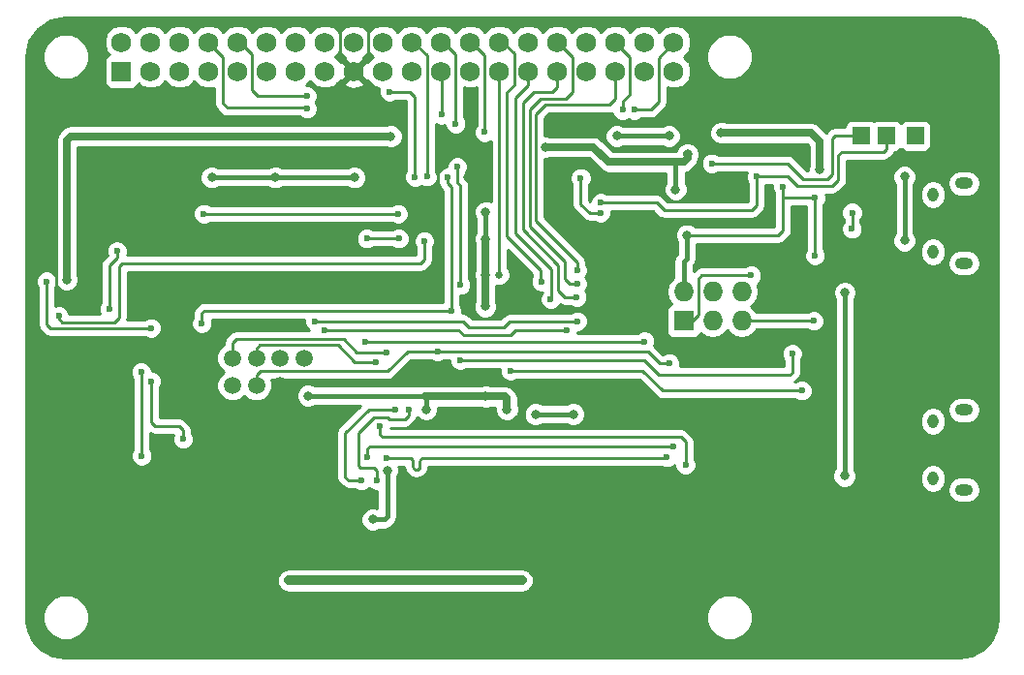
<source format=gbl>
G04 #@! TF.GenerationSoftware,KiCad,Pcbnew,no-vcs-found-7592~57~ubuntu16.04.1*
G04 #@! TF.CreationDate,2017-02-07T06:20:48+01:00*
G04 #@! TF.ProjectId,DuePi,44756550692E6B696361645F70636200,rev?*
G04 #@! TF.FileFunction,Copper,L2,Bot,Signal*
G04 #@! TF.FilePolarity,Positive*
%FSLAX46Y46*%
G04 Gerber Fmt 4.6, Leading zero omitted, Abs format (unit mm)*
G04 Created by KiCad (PCBNEW no-vcs-found-7592~57~ubuntu16.04.1) date Tue Feb  7 06:20:48 2017*
%MOMM*%
%LPD*%
G01*
G04 APERTURE LIST*
%ADD10C,0.100000*%
%ADD11C,1.750000*%
%ADD12R,1.750000X1.750000*%
%ADD13C,1.500000*%
%ADD14O,1.727200X1.727200*%
%ADD15R,1.727200X1.727200*%
%ADD16R,1.500000X1.500000*%
%ADD17O,0.950000X1.250000*%
%ADD18O,1.550000X1.000000*%
%ADD19C,0.800000*%
%ADD20C,0.600000*%
%ADD21C,0.630000*%
%ADD22C,0.450000*%
%ADD23C,0.250000*%
%ADD24C,0.650000*%
%ADD25C,0.400000*%
%ADD26C,0.350000*%
%ADD27C,0.850000*%
%ADD28C,0.254000*%
G04 APERTURE END LIST*
D10*
D11*
X151040000Y-72820000D03*
X151040000Y-70280000D03*
X153580000Y-72820000D03*
X153580000Y-70280000D03*
X145960000Y-70280000D03*
X145960000Y-72820000D03*
D12*
X118020000Y-72820000D03*
D11*
X118020000Y-70280000D03*
X120560000Y-72820000D03*
X120560000Y-70280000D03*
X123100000Y-72820000D03*
X123100000Y-70280000D03*
X125640000Y-72820000D03*
X125640000Y-70280000D03*
X128180000Y-72820000D03*
X128180000Y-70280000D03*
X130720000Y-72820000D03*
X130720000Y-70280000D03*
X133260000Y-72820000D03*
X133260000Y-70280000D03*
X135800000Y-72820000D03*
X135800000Y-70280000D03*
X138340000Y-72820000D03*
X138340000Y-70280000D03*
X140880000Y-72820000D03*
X140880000Y-70280000D03*
X143420000Y-72820000D03*
X143420000Y-70280000D03*
X148500000Y-72820000D03*
X148500000Y-70280000D03*
X156120000Y-72820000D03*
X156120000Y-70280000D03*
X158660000Y-72820000D03*
X158660000Y-70280000D03*
X161200000Y-72820000D03*
X161200000Y-70280000D03*
X163740000Y-72820000D03*
X163740000Y-70280000D03*
X166280000Y-72820000D03*
X166280000Y-70280000D03*
D13*
X127700000Y-97900000D03*
X129800000Y-97950000D03*
X131900000Y-97950000D03*
X134000000Y-97950000D03*
X129800000Y-100300000D03*
X127700000Y-100300000D03*
D14*
X172212000Y-92110000D03*
X172212000Y-94650000D03*
X169672000Y-92110000D03*
X169672000Y-94650000D03*
X167132000Y-92110000D03*
D15*
X167132000Y-94650000D03*
D13*
X131900000Y-100330000D03*
D16*
X184880000Y-78460000D03*
X182640000Y-78460000D03*
X187390000Y-78450000D03*
D17*
X188937460Y-88606900D03*
X188937460Y-83606900D03*
D18*
X191637460Y-89606900D03*
X191637460Y-82606900D03*
X191637460Y-102418900D03*
X191637460Y-109418900D03*
D17*
X188937460Y-103418900D03*
X188937460Y-108418900D03*
D19*
X165862000Y-78486000D03*
X161290000Y-78486000D03*
X125900000Y-82100000D03*
X154200000Y-102800000D03*
X131450000Y-82100000D03*
X138375000Y-82100000D03*
X157500000Y-102800000D03*
X136880000Y-115030000D03*
D20*
X127140000Y-79780000D03*
X127130000Y-77300000D03*
X114532580Y-92992580D03*
D19*
X122660000Y-93450000D03*
D20*
X175730000Y-93040000D03*
X169430000Y-82410000D03*
D19*
X148325000Y-82075000D03*
D20*
X122050000Y-104975000D03*
D19*
X114140000Y-104120000D03*
X116910000Y-104120000D03*
X115530000Y-104120000D03*
X115520000Y-99930000D03*
X115519996Y-101190000D03*
X115519998Y-98680000D03*
X115520000Y-97540008D03*
X157700000Y-86650000D03*
X152800000Y-103600000D03*
X162975000Y-103350000D03*
X139900000Y-91050000D03*
X149850000Y-103625000D03*
X147325000Y-103625000D03*
D20*
X165890000Y-98330000D03*
X145630000Y-97290000D03*
X178520000Y-94650000D03*
D19*
X170410000Y-78200000D03*
X179020000Y-81440000D03*
X186436000Y-87630000D03*
X186436000Y-82042000D03*
X181220000Y-92160000D03*
X132650000Y-117350000D03*
X153000000Y-117350000D03*
X181200000Y-108200000D03*
D20*
X134225000Y-74975000D03*
X134225000Y-76100000D03*
D21*
X151030000Y-90620000D03*
D20*
X166225000Y-105600000D03*
X139525000Y-106525000D03*
X165675000Y-106575000D03*
X141200000Y-106650000D03*
X138950000Y-108600000D03*
X141900000Y-102375000D03*
X140325000Y-108600000D03*
X143125000Y-102400000D03*
X154700000Y-91200000D03*
X155525000Y-92750000D03*
X156925000Y-95475000D03*
X135725000Y-95450000D03*
X157850000Y-94675000D03*
X134925000Y-94700000D03*
X159900000Y-85225000D03*
X158150000Y-82150000D03*
X146000000Y-76625000D03*
X147225000Y-77400000D03*
X177460000Y-100740000D03*
X147350000Y-81150000D03*
X147650000Y-91500000D03*
X152000000Y-99025000D03*
X176640000Y-97490000D03*
X125030000Y-94860000D03*
X146500000Y-82100000D03*
X147600000Y-98075000D03*
X146850000Y-93750000D03*
X173050000Y-90675000D03*
X167300000Y-107230000D03*
X140600000Y-103875000D03*
X169590000Y-80880000D03*
X163720000Y-96440000D03*
X139330000Y-96470000D03*
X159890000Y-84300000D03*
X173500000Y-82010000D03*
X139450000Y-87450000D03*
X142240000Y-87450000D03*
D19*
X167420000Y-87150000D03*
X167480000Y-80060000D03*
D20*
X175830000Y-82940000D03*
X178620000Y-88950000D03*
D19*
X166450000Y-83150000D03*
D20*
X178640000Y-83900000D03*
D19*
X113230000Y-91050000D03*
X155050000Y-79450000D03*
X141550000Y-78500000D03*
D20*
X157850000Y-90200000D03*
X157825000Y-91400000D03*
X157800000Y-92550000D03*
D19*
X134310000Y-101180000D03*
X149825000Y-87500000D03*
X149825000Y-90625000D03*
X151700000Y-102400000D03*
X149800000Y-93375000D03*
X149825000Y-85125000D03*
X149850000Y-101250000D03*
X144650000Y-102400000D03*
X139954000Y-112014000D03*
X141225000Y-107700000D03*
D20*
X140210000Y-98230000D03*
X141150000Y-97400000D03*
X162814000Y-76200000D03*
X149750000Y-78150000D03*
X125210000Y-85270000D03*
X142200000Y-85290000D03*
X181850000Y-86600000D03*
X181860000Y-85180000D03*
X112522000Y-94234000D03*
X144480000Y-87660000D03*
X111470000Y-91190000D03*
X120600000Y-99925000D03*
X123400000Y-104975000D03*
X120610000Y-95260000D03*
X144698346Y-82024989D03*
X141425000Y-74600000D03*
X143670000Y-82050000D03*
X117620000Y-88550000D03*
X116940000Y-93630000D03*
X119725000Y-99125000D03*
X119770000Y-106430000D03*
X161798000Y-76200000D03*
D22*
X161290000Y-78486000D02*
X165862000Y-78486000D01*
X131450000Y-82100000D02*
X125900000Y-82100000D01*
X157500000Y-102800000D02*
X154200000Y-102800000D01*
X138375000Y-82100000D02*
X131450000Y-82100000D01*
D23*
X112300000Y-90675000D02*
X112200000Y-90575000D01*
X112300000Y-91575000D02*
X112300000Y-90675000D01*
X113417581Y-92692581D02*
X112300000Y-91575000D01*
X114532580Y-92992580D02*
X114232581Y-92692581D01*
X114232581Y-92692581D02*
X113417581Y-92692581D01*
X148325000Y-82075000D02*
X148325000Y-81525000D01*
X148150000Y-80050000D02*
X146100000Y-80050000D01*
X148325000Y-81525000D02*
X148500000Y-81350000D01*
X145650000Y-80500000D02*
X145650000Y-83050000D01*
X148500000Y-81350000D02*
X148500000Y-80400000D01*
X148500000Y-80400000D02*
X148150000Y-80050000D01*
X146100000Y-80050000D02*
X145650000Y-80500000D01*
X137075000Y-71425000D02*
X137075000Y-69025000D01*
X138340000Y-72690000D02*
X137075000Y-71425000D01*
X138340000Y-72820000D02*
X138340000Y-72690000D01*
X139600000Y-71550000D02*
X139600000Y-69150000D01*
X138340000Y-72810000D02*
X139600000Y-71550000D01*
X138340000Y-72820000D02*
X138340000Y-72810000D01*
X157700000Y-86810000D02*
X157700000Y-86650000D01*
X152800000Y-103600000D02*
X152775000Y-103600000D01*
X147400000Y-103850000D02*
X147325000Y-103775000D01*
X147325000Y-103775000D02*
X147325000Y-103625000D01*
X165890000Y-98330000D02*
X165040000Y-98330000D01*
X165040000Y-98330000D02*
X164010000Y-97300000D01*
X164010000Y-97300000D02*
X145640000Y-97300000D01*
X145640000Y-97300000D02*
X145630000Y-97290000D01*
X130150000Y-99050000D02*
X129800000Y-99400000D01*
X145630000Y-97290000D02*
X143010000Y-97290000D01*
X143010000Y-97290000D02*
X141250000Y-99050000D01*
X141250000Y-99050000D02*
X130150000Y-99050000D01*
X129800000Y-99400000D02*
X129800000Y-100300000D01*
X178520000Y-94650000D02*
X172212000Y-94650000D01*
D24*
X170410000Y-78200000D02*
X170440000Y-78230000D01*
X179020000Y-78970000D02*
X179020000Y-81440000D01*
X170440000Y-78230000D02*
X178280000Y-78230000D01*
X178280000Y-78230000D02*
X179020000Y-78970000D01*
D25*
X186436000Y-87630000D02*
X186436000Y-82042000D01*
D26*
X181120000Y-108200000D02*
X181200000Y-108200000D01*
D22*
X181220000Y-92160000D02*
X181220000Y-108100000D01*
D26*
X181220000Y-108100000D02*
X181120000Y-108200000D01*
D27*
X153000000Y-117350000D02*
X132650000Y-117350000D01*
D23*
X134225000Y-74975000D02*
X129900000Y-74975000D01*
X129900000Y-74975000D02*
X129425000Y-74500000D01*
X129425000Y-74500000D02*
X129425000Y-71350000D01*
X129425000Y-71350000D02*
X128370461Y-70295461D01*
X128370461Y-70295461D02*
X128170096Y-70295461D01*
X134225000Y-76100000D02*
X134150000Y-76025000D01*
X126875000Y-71575000D02*
X125630096Y-70330096D01*
X134150000Y-76025000D02*
X127275000Y-76025000D01*
X127275000Y-76025000D02*
X126875000Y-75625000D01*
X126875000Y-75625000D02*
X126875000Y-71575000D01*
X125630096Y-70330096D02*
X125630096Y-70295461D01*
X151040000Y-72820000D02*
X151040000Y-90610000D01*
X151040000Y-90610000D02*
X151030000Y-90620000D01*
X151030000Y-90620000D02*
X151030096Y-90619904D01*
X139525000Y-105775000D02*
X139525000Y-106525000D01*
X166225000Y-105600000D02*
X139700000Y-105600000D01*
X139700000Y-105600000D02*
X139525000Y-105775000D01*
X139525000Y-106525000D02*
X139550000Y-106500000D01*
X143370599Y-106715450D02*
X143313718Y-106679709D01*
X143313718Y-106679709D02*
X143250309Y-106657521D01*
X143418102Y-106762953D02*
X143370599Y-106715450D01*
X143453843Y-106819834D02*
X143418102Y-106762953D01*
X143476031Y-106883243D02*
X143453843Y-106819834D01*
X143483553Y-107350000D02*
X143483553Y-106950000D01*
X143491074Y-107416756D02*
X143483553Y-107350000D01*
X143513262Y-107480165D02*
X143491074Y-107416756D01*
X143549003Y-107537046D02*
X143513262Y-107480165D01*
X143653387Y-107620290D02*
X143596506Y-107584549D01*
X143970599Y-107584549D02*
X143913718Y-107620290D01*
X144018102Y-107537046D02*
X143970599Y-107584549D01*
X143250309Y-106657521D02*
X141207521Y-106657521D01*
X144053843Y-107480165D02*
X144018102Y-107537046D01*
X143913718Y-107620290D02*
X143850309Y-107642478D01*
X143716796Y-107642478D02*
X143653387Y-107620290D01*
X144083553Y-107350000D02*
X144076031Y-107416756D01*
X143783553Y-107650000D02*
X143716796Y-107642478D01*
X144091074Y-106883243D02*
X144083553Y-106950000D01*
X143850309Y-107642478D02*
X143783553Y-107650000D01*
X144149003Y-106762953D02*
X144113262Y-106819834D01*
X144196506Y-106715450D02*
X144149003Y-106762953D01*
X144076031Y-107416756D02*
X144053843Y-107480165D01*
X143483553Y-106950000D02*
X143476031Y-106883243D01*
X144083553Y-106950000D02*
X144083553Y-107350000D01*
X144253387Y-106679709D02*
X144196506Y-106715450D01*
X141207521Y-106657521D02*
X141200000Y-106650000D01*
X143596506Y-107584549D02*
X143549003Y-107537046D01*
X144316796Y-106657521D02*
X144253387Y-106679709D01*
X144383553Y-106650000D02*
X144316796Y-106657521D01*
X165600000Y-106650000D02*
X144383553Y-106650000D01*
X144113262Y-106819834D02*
X144091074Y-106883243D01*
X165675000Y-106575000D02*
X165600000Y-106650000D01*
X137575000Y-108300000D02*
X137875000Y-108600000D01*
X137575000Y-104425000D02*
X137575000Y-108300000D01*
X137875000Y-108600000D02*
X138950000Y-108600000D01*
X141900000Y-102375000D02*
X139625000Y-102375000D01*
X139625000Y-102375000D02*
X137575000Y-104425000D01*
X140325000Y-108600000D02*
X140325000Y-107725000D01*
X140100000Y-107500000D02*
X138925000Y-107500000D01*
X140325000Y-107725000D02*
X140100000Y-107500000D01*
X138925000Y-107500000D02*
X138750000Y-107325000D01*
X138750000Y-107325000D02*
X138750000Y-104450000D01*
X141425000Y-103225000D02*
X142775000Y-103225000D01*
X138750000Y-104450000D02*
X140100000Y-103100000D01*
X140100000Y-103100000D02*
X141300000Y-103100000D01*
X142775000Y-103225000D02*
X143125000Y-102875000D01*
X141300000Y-103100000D02*
X141425000Y-103225000D01*
X143125000Y-102875000D02*
X143125000Y-102400000D01*
X152330000Y-74020000D02*
X151700000Y-74650000D01*
X151700000Y-74650000D02*
X151700000Y-76275000D01*
X152330000Y-71290000D02*
X152330000Y-74020000D01*
X154700000Y-91200000D02*
X154675000Y-91175000D01*
X154675000Y-91175000D02*
X154675000Y-90225000D01*
X154675000Y-90225000D02*
X151700000Y-87250000D01*
X151700000Y-87250000D02*
X151700000Y-76275000D01*
X151335461Y-70295461D02*
X152330000Y-71290000D01*
X151030096Y-70295461D02*
X151335461Y-70295461D01*
X152425000Y-75175000D02*
X153570096Y-74029904D01*
X155550000Y-92725000D02*
X155550000Y-90150000D01*
X152425000Y-87025000D02*
X152425000Y-75175000D01*
X155550000Y-90150000D02*
X152425000Y-87025000D01*
X155525000Y-92750000D02*
X155550000Y-92725000D01*
X153570096Y-74029904D02*
X153570096Y-72835461D01*
X154550000Y-95450000D02*
X152475000Y-95450000D01*
X152475000Y-95450000D02*
X152035000Y-95890000D01*
X152035000Y-95890000D02*
X147915000Y-95890000D01*
X147915000Y-95890000D02*
X147475000Y-95450000D01*
X147475000Y-95450000D02*
X135725000Y-95450000D01*
X156925000Y-95475000D02*
X156900000Y-95450000D01*
X156900000Y-95450000D02*
X154550000Y-95450000D01*
X154550000Y-95450000D02*
X154775000Y-95450000D01*
X147875000Y-94700000D02*
X134925000Y-94700000D01*
X148400000Y-95225000D02*
X147875000Y-94700000D01*
X151400000Y-95225000D02*
X148400000Y-95225000D01*
X151925000Y-94700000D02*
X151400000Y-95225000D01*
X154750000Y-94700000D02*
X151925000Y-94700000D01*
X157850000Y-94675000D02*
X157825000Y-94700000D01*
X157825000Y-94700000D02*
X154750000Y-94700000D01*
X154750000Y-94700000D02*
X154925000Y-94700000D01*
X159900000Y-85225000D02*
X158925000Y-85225000D01*
X158925000Y-85225000D02*
X158150000Y-84450000D01*
X158150000Y-84450000D02*
X158150000Y-82150000D01*
X146000000Y-76625000D02*
X146000000Y-72885365D01*
X146000000Y-72885365D02*
X145950096Y-72835461D01*
X145950096Y-70295461D02*
X146195461Y-70295461D01*
X146195461Y-70295461D02*
X147230000Y-71330000D01*
X147230000Y-71330000D02*
X147230000Y-77395000D01*
X147230000Y-77395000D02*
X147225000Y-77400000D01*
X177460000Y-100740000D02*
X165300000Y-100740000D01*
X165300000Y-100740000D02*
X163560000Y-99000000D01*
X163560000Y-99000000D02*
X152125000Y-99000000D01*
X152125000Y-99000000D02*
X152050000Y-99075000D01*
X147325000Y-81175000D02*
X147350000Y-81150000D01*
X147325000Y-82535000D02*
X147325000Y-81175000D01*
X147650000Y-91500000D02*
X147650000Y-82860000D01*
X147650000Y-82860000D02*
X147325000Y-82535000D01*
X165000000Y-99360000D02*
X163690000Y-98050000D01*
X176640000Y-97490000D02*
X176640000Y-99160000D01*
X176640000Y-99160000D02*
X176440000Y-99360000D01*
X176440000Y-99360000D02*
X165000000Y-99360000D01*
X163690000Y-98050000D02*
X147625000Y-98050000D01*
X147625000Y-98050000D02*
X147600000Y-98075000D01*
X125030000Y-94860000D02*
X125030000Y-93980000D01*
X125030000Y-93980000D02*
X125260000Y-93750000D01*
X125260000Y-93750000D02*
X146850000Y-93750000D01*
X146500000Y-82100000D02*
X146500000Y-82610000D01*
X146500000Y-82610000D02*
X146850000Y-82960000D01*
X146850000Y-82960000D02*
X146850000Y-93300000D01*
X146850000Y-93300000D02*
X146850000Y-93750000D01*
X167132000Y-94650000D02*
X167900000Y-94650000D01*
X167900000Y-94650000D02*
X168450000Y-94100000D01*
X168450000Y-94100000D02*
X168450000Y-90950000D01*
X168450000Y-90950000D02*
X168725000Y-90675000D01*
X168725000Y-90675000D02*
X173050000Y-90675000D01*
X173050000Y-90675000D02*
X173047000Y-90678000D01*
X166875000Y-104775000D02*
X140800000Y-104775000D01*
X167300000Y-107230000D02*
X167300000Y-105200000D01*
X167300000Y-105200000D02*
X166875000Y-104775000D01*
X140800000Y-104775000D02*
X140600000Y-104575000D01*
X140600000Y-104575000D02*
X140600000Y-103875000D01*
X176220000Y-80880000D02*
X177600000Y-82260000D01*
X177600000Y-82260000D02*
X179700000Y-82260000D01*
X169590000Y-80880000D02*
X176220000Y-80880000D01*
X179700000Y-82260000D02*
X180090000Y-81870000D01*
X180090000Y-81870000D02*
X180090000Y-78730000D01*
X180090000Y-78730000D02*
X180360000Y-78460000D01*
X180360000Y-78460000D02*
X182640000Y-78460000D01*
X163720000Y-96440000D02*
X163690000Y-96470000D01*
X163690000Y-96470000D02*
X139330000Y-96470000D01*
X159890000Y-84300000D02*
X164760000Y-84300000D01*
X164760000Y-84300000D02*
X165440000Y-84980000D01*
X165440000Y-84980000D02*
X173100000Y-84980000D01*
X173100000Y-84980000D02*
X173500000Y-84580000D01*
X173500000Y-84580000D02*
X173500000Y-83950000D01*
X173500000Y-82010000D02*
X176240000Y-82010000D01*
X177050000Y-82820000D02*
X180130000Y-82820000D01*
X180930000Y-79870000D02*
X184600000Y-79870000D01*
X176240000Y-82010000D02*
X177050000Y-82820000D01*
X180130000Y-82820000D02*
X180650000Y-82300000D01*
X184600000Y-79870000D02*
X184880000Y-79590000D01*
X180650000Y-82300000D02*
X180650000Y-80150000D01*
X180650000Y-80150000D02*
X180930000Y-79870000D01*
X184880000Y-79590000D02*
X184880000Y-78460000D01*
X173500000Y-82010000D02*
X173500000Y-83950000D01*
X139450000Y-87450000D02*
X142240000Y-87450000D01*
X167420000Y-87150000D02*
X175400000Y-87150000D01*
X175400000Y-87150000D02*
X175830000Y-86720000D01*
X175830000Y-86720000D02*
X175830000Y-82940000D01*
D22*
X167420000Y-87150000D02*
X167420000Y-89190000D01*
X167420000Y-89190000D02*
X167134000Y-89476000D01*
X167134000Y-89476000D02*
X167132000Y-89476000D01*
D24*
X167480000Y-80060000D02*
X167480000Y-80424000D01*
X167480000Y-80424000D02*
X167132000Y-80772000D01*
X167132000Y-80772000D02*
X166370000Y-80772000D01*
X167480000Y-80060000D02*
X167410000Y-80060000D01*
D22*
X166450000Y-82460000D02*
X166450000Y-80852000D01*
D23*
X166450000Y-80852000D02*
X166370000Y-80772000D01*
D24*
X166370000Y-80772000D02*
X160572000Y-80772000D01*
X160572000Y-80772000D02*
X159250000Y-79450000D01*
X159250000Y-79450000D02*
X155050000Y-79450000D01*
D23*
X178640000Y-83900000D02*
X175830000Y-83900000D01*
X178620000Y-88950000D02*
X178620000Y-83920000D01*
X175830000Y-83900000D02*
X175830000Y-82940000D01*
X178620000Y-83920000D02*
X178640000Y-83900000D01*
D22*
X166450000Y-83150000D02*
X166450000Y-82460000D01*
D23*
X166450000Y-82460000D02*
X166420000Y-82430000D01*
D24*
X113240000Y-78850000D02*
X113240000Y-91040000D01*
D23*
X113240000Y-91040000D02*
X113230000Y-91050000D01*
D24*
X113240000Y-78850000D02*
X113600000Y-78490000D01*
X113600000Y-78490000D02*
X141540000Y-78490000D01*
X141540000Y-78490000D02*
X141550000Y-78500000D01*
D22*
X167132000Y-92110000D02*
X167132000Y-89476000D01*
D23*
X167132000Y-89476000D02*
X167200000Y-89408000D01*
X161180000Y-72890000D02*
X161180000Y-75200000D01*
X157850000Y-90200000D02*
X157850000Y-89525000D01*
X157850000Y-89525000D02*
X154225000Y-85900000D01*
X154225000Y-85900000D02*
X154225000Y-76600000D01*
X154225000Y-76600000D02*
X155075000Y-75750000D01*
X155075000Y-75750000D02*
X160630000Y-75750000D01*
X160630000Y-75750000D02*
X161180000Y-75200000D01*
X157825000Y-91400000D02*
X157175000Y-91400000D01*
X156775000Y-89475000D02*
X153700000Y-86400000D01*
X156850000Y-75225000D02*
X157420000Y-74655000D01*
X157175000Y-91400000D02*
X156775000Y-91000000D01*
X156775000Y-91000000D02*
X156775000Y-89475000D01*
X153700000Y-86400000D02*
X153700000Y-76175000D01*
X153700000Y-76175000D02*
X154650000Y-75225000D01*
X154650000Y-75225000D02*
X156850000Y-75225000D01*
X157420000Y-74655000D02*
X157420000Y-71570000D01*
X157420000Y-71570000D02*
X156200000Y-70350000D01*
X156200000Y-70350000D02*
X156100000Y-70350000D01*
X156120000Y-72820000D02*
X156120000Y-74205000D01*
X153100000Y-86700000D02*
X156200000Y-89800000D01*
X156120000Y-74205000D02*
X155675000Y-74650000D01*
X155675000Y-74650000D02*
X154050000Y-74650000D01*
X154050000Y-74650000D02*
X153100000Y-75600000D01*
X153100000Y-75600000D02*
X153100000Y-86700000D01*
X156200000Y-89800000D02*
X156200000Y-91975000D01*
X156200000Y-91975000D02*
X156775000Y-92550000D01*
X156775000Y-92550000D02*
X157800000Y-92550000D01*
D22*
X134310000Y-101180000D02*
X144530000Y-101180000D01*
X149825000Y-87500000D02*
X149825000Y-85125000D01*
X149825000Y-87650000D02*
X149825000Y-87500000D01*
D24*
X149825000Y-90625000D02*
X149825000Y-93350000D01*
X149825000Y-90625000D02*
X149825000Y-87650000D01*
X149850000Y-101250000D02*
X144600000Y-101250000D01*
D23*
X144600000Y-101250000D02*
X144530000Y-101180000D01*
D22*
X144650000Y-102400000D02*
X144650000Y-101300000D01*
D24*
X151542000Y-101250000D02*
X149850000Y-101250000D01*
X151700000Y-102400000D02*
X151700000Y-101408000D01*
X151700000Y-101408000D02*
X151542000Y-101250000D01*
D22*
X149825000Y-93350000D02*
X149800000Y-93375000D01*
D23*
X149780000Y-101180000D02*
X149850000Y-101250000D01*
D22*
X144530000Y-101180000D02*
X144650000Y-101300000D01*
X141225000Y-109250000D02*
X141225000Y-107700000D01*
X139954000Y-112014000D02*
X140970000Y-112014000D01*
X140970000Y-112014000D02*
X141225000Y-111759000D01*
X141225000Y-111759000D02*
X141225000Y-109250000D01*
D23*
X140210000Y-98230000D02*
X138362000Y-98230000D01*
X138362000Y-98230000D02*
X136906000Y-96774000D01*
X136906000Y-96774000D02*
X130126000Y-96774000D01*
X130126000Y-96774000D02*
X129800000Y-97100000D01*
X129800000Y-97100000D02*
X129800000Y-97950000D01*
X127700000Y-96600000D02*
X127700000Y-97900000D01*
X141150000Y-97400000D02*
X138548000Y-97400000D01*
X138548000Y-97400000D02*
X137414000Y-96266000D01*
X137414000Y-96266000D02*
X128034000Y-96266000D01*
X128034000Y-96266000D02*
X127700000Y-96600000D01*
X162814000Y-76200000D02*
X164275000Y-76200000D01*
X164275000Y-76200000D02*
X164950000Y-75525000D01*
X164950000Y-75525000D02*
X164950000Y-71660000D01*
X164950000Y-71660000D02*
X166260000Y-70350000D01*
X149770000Y-71410000D02*
X149770000Y-75200000D01*
X149770000Y-75200000D02*
X149770000Y-75400000D01*
X149750000Y-78150000D02*
X149770000Y-78130000D01*
X149770000Y-78130000D02*
X149770000Y-75200000D01*
X148655461Y-70295461D02*
X149770000Y-71410000D01*
X148490096Y-70295461D02*
X148655461Y-70295461D01*
X125210000Y-85270000D02*
X125230000Y-85290000D01*
X125230000Y-85290000D02*
X142200000Y-85290000D01*
X181850000Y-86600000D02*
X181860000Y-86590000D01*
X181860000Y-86590000D02*
X181860000Y-85180000D01*
X112522000Y-94234000D02*
X112522000Y-94488000D01*
X112522000Y-94488000D02*
X112784000Y-94750000D01*
X112784000Y-94750000D02*
X117390000Y-94750000D01*
X117780000Y-94360000D02*
X117780000Y-89910000D01*
X117390000Y-94750000D02*
X117780000Y-94360000D01*
X117780000Y-89910000D02*
X118060000Y-89630000D01*
X118060000Y-89630000D02*
X144170000Y-89630000D01*
X144170000Y-89630000D02*
X144480000Y-89320000D01*
X144480000Y-89320000D02*
X144480000Y-87660000D01*
X111470000Y-91190000D02*
X111470000Y-94990000D01*
X111470000Y-94990000D02*
X111780000Y-95300000D01*
X111780000Y-95300000D02*
X120570000Y-95300000D01*
X120570000Y-95300000D02*
X120610000Y-95260000D01*
X120600000Y-99925000D02*
X120610000Y-99935000D01*
X120925000Y-103850000D02*
X123050000Y-103850000D01*
X123400000Y-104200000D02*
X123400000Y-104975000D01*
X120610000Y-99935000D02*
X120610000Y-103535000D01*
X120610000Y-103535000D02*
X120925000Y-103850000D01*
X123050000Y-103850000D02*
X123400000Y-104200000D01*
X144698346Y-81459304D02*
X144698346Y-82024989D01*
X143545461Y-70295461D02*
X144698346Y-71448346D01*
X144698346Y-71448346D02*
X144698346Y-81459304D01*
X143410096Y-70295461D02*
X143545461Y-70295461D01*
X143670000Y-82050000D02*
X143670000Y-75020000D01*
X143670000Y-75020000D02*
X143250000Y-74600000D01*
X143250000Y-74600000D02*
X141425000Y-74600000D01*
X117620000Y-88550000D02*
X117620000Y-89140000D01*
X117620000Y-89140000D02*
X116940000Y-89820000D01*
X116940000Y-89820000D02*
X116940000Y-93360000D01*
X116940000Y-93360000D02*
X116940000Y-93630000D01*
X119740000Y-99140000D02*
X119740000Y-106400000D01*
X119725000Y-99125000D02*
X119740000Y-99140000D01*
X119740000Y-106400000D02*
X119770000Y-106430000D01*
X161798000Y-76200000D02*
X161798000Y-75452000D01*
X161798000Y-75452000D02*
X162450000Y-74800000D01*
X162450000Y-74800000D02*
X162450000Y-71620000D01*
X162450000Y-71620000D02*
X161180000Y-70350000D01*
D28*
G36*
X191191603Y-68125970D02*
X192492945Y-68385020D01*
X193585717Y-69114949D01*
X194316296Y-70207283D01*
X194576121Y-71508470D01*
X194619874Y-120687000D01*
X194454032Y-121739541D01*
X193975474Y-122680213D01*
X193229523Y-123426827D01*
X192289281Y-123906220D01*
X191236882Y-124073000D01*
X113036558Y-124073000D01*
X111984445Y-123906314D01*
X111044405Y-123427182D01*
X110298495Y-122680940D01*
X109819778Y-121740682D01*
X109694565Y-120948060D01*
X111139652Y-120948060D01*
X111445012Y-121687086D01*
X112009940Y-122253001D01*
X112748432Y-122559650D01*
X113548060Y-122560348D01*
X114287086Y-122254988D01*
X114853001Y-121690060D01*
X115159650Y-120951568D01*
X115159653Y-120948060D01*
X169139652Y-120948060D01*
X169445012Y-121687086D01*
X170009940Y-122253001D01*
X170748432Y-122559650D01*
X171548060Y-122560348D01*
X172287086Y-122254988D01*
X172853001Y-121690060D01*
X173159650Y-120951568D01*
X173160348Y-120151940D01*
X172854988Y-119412914D01*
X172290060Y-118846999D01*
X171551568Y-118540350D01*
X170751940Y-118539652D01*
X170012914Y-118845012D01*
X169446999Y-119409940D01*
X169140350Y-120148432D01*
X169139652Y-120948060D01*
X115159653Y-120948060D01*
X115160348Y-120151940D01*
X114854988Y-119412914D01*
X114290060Y-118846999D01*
X113551568Y-118540350D01*
X112751940Y-118539652D01*
X112012914Y-118845012D01*
X111446999Y-119409940D01*
X111140350Y-120148432D01*
X111139652Y-120948060D01*
X109694565Y-120948060D01*
X109653561Y-120688505D01*
X109655045Y-117350000D01*
X131590000Y-117350000D01*
X131614891Y-117475133D01*
X131614821Y-117554971D01*
X131645578Y-117629410D01*
X131670688Y-117755644D01*
X131741568Y-117861724D01*
X131772058Y-117935515D01*
X131828963Y-117992519D01*
X131900467Y-118099533D01*
X132006546Y-118170413D01*
X132062954Y-118226919D01*
X132137342Y-118257807D01*
X132244356Y-118329312D01*
X132369487Y-118354202D01*
X132443223Y-118384820D01*
X132523765Y-118384890D01*
X132650000Y-118410000D01*
X153000000Y-118410000D01*
X153125133Y-118385109D01*
X153204971Y-118385179D01*
X153279410Y-118354422D01*
X153405644Y-118329312D01*
X153511724Y-118258432D01*
X153585515Y-118227942D01*
X153642519Y-118171037D01*
X153749533Y-118099533D01*
X153820413Y-117993454D01*
X153876919Y-117937046D01*
X153907807Y-117862658D01*
X153979312Y-117755644D01*
X154004202Y-117630513D01*
X154034820Y-117556777D01*
X154034890Y-117476235D01*
X154060000Y-117350000D01*
X154035109Y-117224867D01*
X154035179Y-117145029D01*
X154004422Y-117070590D01*
X153979312Y-116944356D01*
X153908432Y-116838276D01*
X153877942Y-116764485D01*
X153821037Y-116707481D01*
X153749533Y-116600467D01*
X153643454Y-116529587D01*
X153587046Y-116473081D01*
X153512658Y-116442193D01*
X153405644Y-116370688D01*
X153280513Y-116345798D01*
X153206777Y-116315180D01*
X153126235Y-116315110D01*
X153000000Y-116290000D01*
X132650000Y-116290000D01*
X132524867Y-116314891D01*
X132445029Y-116314821D01*
X132370590Y-116345578D01*
X132244356Y-116370688D01*
X132138276Y-116441568D01*
X132064485Y-116472058D01*
X132007481Y-116528963D01*
X131900467Y-116600467D01*
X131829587Y-116706546D01*
X131773081Y-116762954D01*
X131742193Y-116837342D01*
X131670688Y-116944356D01*
X131645798Y-117069487D01*
X131615180Y-117143223D01*
X131615110Y-117223765D01*
X131590000Y-117350000D01*
X109655045Y-117350000D01*
X109663066Y-99310167D01*
X118789838Y-99310167D01*
X118931883Y-99653943D01*
X118980000Y-99702144D01*
X118980000Y-105897485D01*
X118977808Y-105899673D01*
X118835162Y-106243201D01*
X118834838Y-106615167D01*
X118976883Y-106958943D01*
X119239673Y-107222192D01*
X119583201Y-107364838D01*
X119955167Y-107365162D01*
X120298943Y-107223117D01*
X120562192Y-106960327D01*
X120704838Y-106616799D01*
X120705162Y-106244833D01*
X120563117Y-105901057D01*
X120500000Y-105837830D01*
X120500000Y-104462505D01*
X120634160Y-104552148D01*
X120925000Y-104610000D01*
X122539158Y-104610000D01*
X122465162Y-104788201D01*
X122464838Y-105160167D01*
X122606883Y-105503943D01*
X122869673Y-105767192D01*
X123213201Y-105909838D01*
X123585167Y-105910162D01*
X123928943Y-105768117D01*
X124192192Y-105505327D01*
X124334838Y-105161799D01*
X124335162Y-104789833D01*
X124193117Y-104446057D01*
X124160000Y-104412882D01*
X124160000Y-104200000D01*
X124102148Y-103909161D01*
X123937401Y-103662599D01*
X123587401Y-103312599D01*
X123340839Y-103147852D01*
X123050000Y-103090000D01*
X121370000Y-103090000D01*
X121370000Y-100477480D01*
X121392192Y-100455327D01*
X121534838Y-100111799D01*
X121535162Y-99739833D01*
X121393117Y-99396057D01*
X121130327Y-99132808D01*
X120786799Y-98990162D01*
X120660118Y-98990052D01*
X120660162Y-98939833D01*
X120518117Y-98596057D01*
X120255327Y-98332808D01*
X119911799Y-98190162D01*
X119539833Y-98189838D01*
X119196057Y-98331883D01*
X118932808Y-98594673D01*
X118790162Y-98938201D01*
X118789838Y-99310167D01*
X109663066Y-99310167D01*
X109666594Y-91375167D01*
X110534838Y-91375167D01*
X110676883Y-91718943D01*
X110710000Y-91752118D01*
X110710000Y-94990000D01*
X110767852Y-95280839D01*
X110932599Y-95527401D01*
X111242599Y-95837401D01*
X111489160Y-96002148D01*
X111780000Y-96060000D01*
X120098477Y-96060000D01*
X120423201Y-96194838D01*
X120795167Y-96195162D01*
X121138943Y-96053117D01*
X121402192Y-95790327D01*
X121544838Y-95446799D01*
X121545162Y-95074833D01*
X121403117Y-94731057D01*
X121140327Y-94467808D01*
X120796799Y-94325162D01*
X120424833Y-94324838D01*
X120081057Y-94466883D01*
X120007812Y-94540000D01*
X118504196Y-94540000D01*
X118540000Y-94360000D01*
X118540000Y-90390000D01*
X144170000Y-90390000D01*
X144460839Y-90332148D01*
X144707401Y-90167401D01*
X145017401Y-89857401D01*
X145182148Y-89610840D01*
X145240000Y-89320000D01*
X145240000Y-88222463D01*
X145272192Y-88190327D01*
X145414838Y-87846799D01*
X145415162Y-87474833D01*
X145273117Y-87131057D01*
X145010327Y-86867808D01*
X144666799Y-86725162D01*
X144294833Y-86724838D01*
X143951057Y-86866883D01*
X143687808Y-87129673D01*
X143545162Y-87473201D01*
X143544838Y-87845167D01*
X143686883Y-88188943D01*
X143720000Y-88222118D01*
X143720000Y-88870000D01*
X118499528Y-88870000D01*
X118554838Y-88736799D01*
X118555162Y-88364833D01*
X118413117Y-88021057D01*
X118150327Y-87757808D01*
X117854977Y-87635167D01*
X138514838Y-87635167D01*
X138656883Y-87978943D01*
X138919673Y-88242192D01*
X139263201Y-88384838D01*
X139635167Y-88385162D01*
X139978943Y-88243117D01*
X140012118Y-88210000D01*
X141677537Y-88210000D01*
X141709673Y-88242192D01*
X142053201Y-88384838D01*
X142425167Y-88385162D01*
X142768943Y-88243117D01*
X143032192Y-87980327D01*
X143174838Y-87636799D01*
X143175162Y-87264833D01*
X143033117Y-86921057D01*
X142770327Y-86657808D01*
X142426799Y-86515162D01*
X142054833Y-86514838D01*
X141711057Y-86656883D01*
X141677882Y-86690000D01*
X140012463Y-86690000D01*
X139980327Y-86657808D01*
X139636799Y-86515162D01*
X139264833Y-86514838D01*
X138921057Y-86656883D01*
X138657808Y-86919673D01*
X138515162Y-87263201D01*
X138514838Y-87635167D01*
X117854977Y-87635167D01*
X117806799Y-87615162D01*
X117434833Y-87614838D01*
X117091057Y-87756883D01*
X116827808Y-88019673D01*
X116685162Y-88363201D01*
X116684838Y-88735167D01*
X116762375Y-88922823D01*
X116402599Y-89282599D01*
X116237852Y-89529161D01*
X116180000Y-89820000D01*
X116180000Y-93067537D01*
X116147808Y-93099673D01*
X116005162Y-93443201D01*
X116004838Y-93815167D01*
X116077077Y-93990000D01*
X113432853Y-93990000D01*
X113315117Y-93705057D01*
X113052327Y-93441808D01*
X112708799Y-93299162D01*
X112336833Y-93298838D01*
X112230000Y-93342980D01*
X112230000Y-91752463D01*
X112262192Y-91720327D01*
X112324801Y-91569548D01*
X112352058Y-91635515D01*
X112642954Y-91926919D01*
X113023223Y-92084820D01*
X113434971Y-92085179D01*
X113815515Y-91927942D01*
X114106919Y-91637046D01*
X114264820Y-91256777D01*
X114265179Y-90845029D01*
X114200000Y-90687283D01*
X114200000Y-85455167D01*
X124274838Y-85455167D01*
X124416883Y-85798943D01*
X124679673Y-86062192D01*
X125023201Y-86204838D01*
X125395167Y-86205162D01*
X125738943Y-86063117D01*
X125752083Y-86050000D01*
X141637537Y-86050000D01*
X141669673Y-86082192D01*
X142013201Y-86224838D01*
X142385167Y-86225162D01*
X142728943Y-86083117D01*
X142992192Y-85820327D01*
X143134838Y-85476799D01*
X143135162Y-85104833D01*
X142993117Y-84761057D01*
X142730327Y-84497808D01*
X142386799Y-84355162D01*
X142014833Y-84354838D01*
X141671057Y-84496883D01*
X141637882Y-84530000D01*
X125792428Y-84530000D01*
X125740327Y-84477808D01*
X125396799Y-84335162D01*
X125024833Y-84334838D01*
X124681057Y-84476883D01*
X124417808Y-84739673D01*
X124275162Y-85083201D01*
X124274838Y-85455167D01*
X114200000Y-85455167D01*
X114200000Y-82304971D01*
X124864821Y-82304971D01*
X125022058Y-82685515D01*
X125312954Y-82976919D01*
X125693223Y-83134820D01*
X126104971Y-83135179D01*
X126485515Y-82977942D01*
X126503488Y-82960000D01*
X130846064Y-82960000D01*
X130862954Y-82976919D01*
X131243223Y-83134820D01*
X131654971Y-83135179D01*
X132035515Y-82977942D01*
X132053488Y-82960000D01*
X137771064Y-82960000D01*
X137787954Y-82976919D01*
X138168223Y-83134820D01*
X138579971Y-83135179D01*
X138960515Y-82977942D01*
X139251919Y-82687046D01*
X139409820Y-82306777D01*
X139410179Y-81895029D01*
X139252942Y-81514485D01*
X138962046Y-81223081D01*
X138581777Y-81065180D01*
X138170029Y-81064821D01*
X137789485Y-81222058D01*
X137771512Y-81240000D01*
X132053936Y-81240000D01*
X132037046Y-81223081D01*
X131656777Y-81065180D01*
X131245029Y-81064821D01*
X130864485Y-81222058D01*
X130846512Y-81240000D01*
X126503936Y-81240000D01*
X126487046Y-81223081D01*
X126106777Y-81065180D01*
X125695029Y-81064821D01*
X125314485Y-81222058D01*
X125023081Y-81512954D01*
X124865180Y-81893223D01*
X124864821Y-82304971D01*
X114200000Y-82304971D01*
X114200000Y-79450000D01*
X141138953Y-79450000D01*
X141343223Y-79534820D01*
X141754971Y-79535179D01*
X142135515Y-79377942D01*
X142426919Y-79087046D01*
X142584820Y-78706777D01*
X142585179Y-78295029D01*
X142427942Y-77914485D01*
X142137046Y-77623081D01*
X141756777Y-77465180D01*
X141345029Y-77464821D01*
X141187283Y-77530000D01*
X113600005Y-77530000D01*
X113600000Y-77529999D01*
X113232624Y-77603076D01*
X112921177Y-77811177D01*
X112921175Y-77811180D01*
X112561177Y-78171177D01*
X112353076Y-78482624D01*
X112279999Y-78850000D01*
X112280000Y-78850005D01*
X112280000Y-90638953D01*
X112266960Y-90670357D01*
X112263117Y-90661057D01*
X112000327Y-90397808D01*
X111656799Y-90255162D01*
X111284833Y-90254838D01*
X110941057Y-90396883D01*
X110677808Y-90659673D01*
X110535162Y-91003201D01*
X110534838Y-91375167D01*
X109666594Y-91375167D01*
X109675232Y-71948060D01*
X111139652Y-71948060D01*
X111445012Y-72687086D01*
X112009940Y-73253001D01*
X112748432Y-73559650D01*
X113548060Y-73560348D01*
X114287086Y-73254988D01*
X114853001Y-72690060D01*
X115159650Y-71951568D01*
X115159655Y-71945000D01*
X116497560Y-71945000D01*
X116497560Y-73695000D01*
X116546843Y-73942765D01*
X116687191Y-74152809D01*
X116897235Y-74293157D01*
X117145000Y-74342440D01*
X118895000Y-74342440D01*
X119142765Y-74293157D01*
X119352809Y-74152809D01*
X119493157Y-73942765D01*
X119502137Y-73897618D01*
X119703537Y-74099370D01*
X120258325Y-74329738D01*
X120859040Y-74330262D01*
X121414229Y-74100862D01*
X121830353Y-73685464D01*
X122243537Y-74099370D01*
X122798325Y-74329738D01*
X123399040Y-74330262D01*
X123954229Y-74100862D01*
X124370353Y-73685464D01*
X124783537Y-74099370D01*
X125338325Y-74329738D01*
X125939040Y-74330262D01*
X126115000Y-74257557D01*
X126115000Y-75625000D01*
X126172852Y-75915839D01*
X126337599Y-76162401D01*
X126737599Y-76562401D01*
X126984160Y-76727148D01*
X127032414Y-76736746D01*
X127275000Y-76785000D01*
X133587668Y-76785000D01*
X133694673Y-76892192D01*
X134038201Y-77034838D01*
X134410167Y-77035162D01*
X134753943Y-76893117D01*
X135017192Y-76630327D01*
X135159838Y-76286799D01*
X135160162Y-75914833D01*
X135018117Y-75571057D01*
X134984790Y-75537672D01*
X135017192Y-75505327D01*
X135159838Y-75161799D01*
X135160162Y-74789833D01*
X135018117Y-74446057D01*
X134755327Y-74182808D01*
X134411799Y-74040162D01*
X134175242Y-74039956D01*
X134530353Y-73685464D01*
X134943537Y-74099370D01*
X135498325Y-74329738D01*
X136099040Y-74330262D01*
X136654229Y-74100862D01*
X136873413Y-73882060D01*
X137457545Y-73882060D01*
X137540884Y-74135953D01*
X138105306Y-74341590D01*
X138705458Y-74315579D01*
X139139116Y-74135953D01*
X139222455Y-73882060D01*
X138340000Y-72999605D01*
X137457545Y-73882060D01*
X136873413Y-73882060D01*
X137079370Y-73676463D01*
X137093690Y-73641976D01*
X137277940Y-73702455D01*
X138160395Y-72820000D01*
X137277940Y-71937545D01*
X137094129Y-71997880D01*
X137080862Y-71965771D01*
X136665464Y-71549647D01*
X137070353Y-71145464D01*
X137483537Y-71559370D01*
X137518024Y-71573690D01*
X137457545Y-71757940D01*
X138340000Y-72640395D01*
X139222455Y-71757940D01*
X139162120Y-71574129D01*
X139194229Y-71560862D01*
X139610353Y-71145464D01*
X140014536Y-71550353D01*
X139600630Y-71963537D01*
X139586310Y-71998024D01*
X139402060Y-71937545D01*
X138519605Y-72820000D01*
X139402060Y-73702455D01*
X139585871Y-73642120D01*
X139599138Y-73674229D01*
X140023537Y-74099370D01*
X140532688Y-74310788D01*
X140490162Y-74413201D01*
X140489838Y-74785167D01*
X140631883Y-75128943D01*
X140894673Y-75392192D01*
X141238201Y-75534838D01*
X141610167Y-75535162D01*
X141953943Y-75393117D01*
X141987118Y-75360000D01*
X142910000Y-75360000D01*
X142910000Y-81487537D01*
X142877808Y-81519673D01*
X142735162Y-81863201D01*
X142734838Y-82235167D01*
X142876883Y-82578943D01*
X143139673Y-82842192D01*
X143483201Y-82984838D01*
X143855167Y-82985162D01*
X144198943Y-82843117D01*
X144208207Y-82833869D01*
X144511547Y-82959827D01*
X144883513Y-82960151D01*
X145227289Y-82818106D01*
X145490538Y-82555316D01*
X145583729Y-82330888D01*
X145706883Y-82628943D01*
X145752947Y-82675087D01*
X145797852Y-82900839D01*
X145962599Y-83147401D01*
X146090000Y-83274802D01*
X146090000Y-92990000D01*
X125260000Y-92990000D01*
X124969161Y-93047852D01*
X124722599Y-93212599D01*
X124492599Y-93442599D01*
X124327852Y-93689161D01*
X124270000Y-93980000D01*
X124270000Y-94297537D01*
X124237808Y-94329673D01*
X124095162Y-94673201D01*
X124094838Y-95045167D01*
X124236883Y-95388943D01*
X124499673Y-95652192D01*
X124843201Y-95794838D01*
X125215167Y-95795162D01*
X125558943Y-95653117D01*
X125822192Y-95390327D01*
X125964838Y-95046799D01*
X125965162Y-94674833D01*
X125897055Y-94510000D01*
X133991491Y-94510000D01*
X133990162Y-94513201D01*
X133989838Y-94885167D01*
X134131883Y-95228943D01*
X134394673Y-95492192D01*
X134427926Y-95506000D01*
X128034000Y-95506000D01*
X127743160Y-95563852D01*
X127496599Y-95728599D01*
X127162599Y-96062599D01*
X126997852Y-96309161D01*
X126940000Y-96600000D01*
X126940000Y-96715453D01*
X126916485Y-96725169D01*
X126526539Y-97114436D01*
X126315241Y-97623298D01*
X126314760Y-98174285D01*
X126525169Y-98683515D01*
X126914436Y-99073461D01*
X126977875Y-99099803D01*
X126916485Y-99125169D01*
X126526539Y-99514436D01*
X126315241Y-100023298D01*
X126314760Y-100574285D01*
X126525169Y-101083515D01*
X126914436Y-101473461D01*
X127423298Y-101684759D01*
X127974285Y-101685240D01*
X128483515Y-101474831D01*
X128750123Y-101208687D01*
X129014436Y-101473461D01*
X129523298Y-101684759D01*
X130074285Y-101685240D01*
X130583515Y-101474831D01*
X130673531Y-101384971D01*
X133274821Y-101384971D01*
X133432058Y-101765515D01*
X133722954Y-102056919D01*
X134103223Y-102214820D01*
X134514971Y-102215179D01*
X134895515Y-102057942D01*
X134913488Y-102040000D01*
X138885198Y-102040000D01*
X137037599Y-103887599D01*
X136872852Y-104134161D01*
X136815000Y-104425000D01*
X136815000Y-108300000D01*
X136872852Y-108590839D01*
X137037599Y-108837401D01*
X137337599Y-109137401D01*
X137584161Y-109302148D01*
X137875000Y-109360000D01*
X138387537Y-109360000D01*
X138419673Y-109392192D01*
X138763201Y-109534838D01*
X139135167Y-109535162D01*
X139478943Y-109393117D01*
X139637546Y-109234791D01*
X139794673Y-109392192D01*
X140138201Y-109534838D01*
X140365000Y-109535036D01*
X140365000Y-111063981D01*
X140160777Y-110979180D01*
X139749029Y-110978821D01*
X139368485Y-111136058D01*
X139077081Y-111426954D01*
X138919180Y-111807223D01*
X138918821Y-112218971D01*
X139076058Y-112599515D01*
X139366954Y-112890919D01*
X139747223Y-113048820D01*
X140158971Y-113049179D01*
X140539515Y-112891942D01*
X140557488Y-112874000D01*
X140970000Y-112874000D01*
X141299108Y-112808536D01*
X141578112Y-112622112D01*
X141833112Y-112367112D01*
X142019536Y-112088108D01*
X142085000Y-111759000D01*
X142085000Y-108303936D01*
X142101919Y-108287046D01*
X142259820Y-107906777D01*
X142260179Y-107495029D01*
X142228153Y-107417521D01*
X142729813Y-107417521D01*
X142728331Y-107435086D01*
X142735852Y-107501842D01*
X142761785Y-107583208D01*
X142764201Y-107600326D01*
X142764001Y-107607473D01*
X142765920Y-107612501D01*
X142773723Y-107667770D01*
X142795912Y-107731179D01*
X142824266Y-107779245D01*
X142825901Y-107784376D01*
X142830517Y-107789842D01*
X142839298Y-107804728D01*
X142845460Y-107820871D01*
X142846855Y-107827885D01*
X142849846Y-107832361D01*
X142869753Y-107884512D01*
X142905494Y-107941393D01*
X142943841Y-107981953D01*
X142946576Y-107986590D01*
X142952290Y-107990890D01*
X142964161Y-108003446D01*
X142973758Y-108017809D01*
X142976679Y-108024337D01*
X142980591Y-108028035D01*
X143011602Y-108074447D01*
X143059105Y-108121950D01*
X143105517Y-108152962D01*
X143109215Y-108156873D01*
X143115742Y-108159794D01*
X143130106Y-108169392D01*
X143142662Y-108181262D01*
X143146962Y-108186976D01*
X143151599Y-108189711D01*
X143192159Y-108228058D01*
X143249040Y-108263799D01*
X143301189Y-108283705D01*
X143305666Y-108286697D01*
X143312682Y-108288093D01*
X143328821Y-108294253D01*
X143343703Y-108303032D01*
X143349167Y-108307646D01*
X143354296Y-108309281D01*
X143402373Y-108337641D01*
X143465782Y-108359829D01*
X143521051Y-108367632D01*
X143526079Y-108369551D01*
X143533226Y-108369351D01*
X143550339Y-108371766D01*
X143566811Y-108377017D01*
X143573163Y-108380298D01*
X143578525Y-108380750D01*
X143631700Y-108397699D01*
X143698456Y-108405221D01*
X143754077Y-108400530D01*
X143759407Y-108401282D01*
X143766330Y-108399496D01*
X143783554Y-108398043D01*
X143800774Y-108399496D01*
X143807698Y-108401282D01*
X143813028Y-108400529D01*
X143868651Y-108405221D01*
X143870869Y-108404971D01*
X180164821Y-108404971D01*
X180322058Y-108785515D01*
X180612954Y-109076919D01*
X180993223Y-109234820D01*
X181404971Y-109235179D01*
X181785515Y-109077942D01*
X182076919Y-108787046D01*
X182234820Y-108406777D01*
X182234961Y-108244215D01*
X187827460Y-108244215D01*
X187827460Y-108593585D01*
X187911954Y-109018364D01*
X188152571Y-109378474D01*
X188512681Y-109619091D01*
X188937460Y-109703585D01*
X189362239Y-109619091D01*
X189661847Y-109418900D01*
X190199836Y-109418900D01*
X190286233Y-109853246D01*
X190532270Y-110221466D01*
X190900490Y-110467503D01*
X191334836Y-110553900D01*
X191940084Y-110553900D01*
X192374430Y-110467503D01*
X192742650Y-110221466D01*
X192988687Y-109853246D01*
X193075084Y-109418900D01*
X192988687Y-108984554D01*
X192742650Y-108616334D01*
X192374430Y-108370297D01*
X191940084Y-108283900D01*
X191334836Y-108283900D01*
X190900490Y-108370297D01*
X190532270Y-108616334D01*
X190286233Y-108984554D01*
X190199836Y-109418900D01*
X189661847Y-109418900D01*
X189722349Y-109378474D01*
X189962966Y-109018364D01*
X190047460Y-108593585D01*
X190047460Y-108244215D01*
X189962966Y-107819436D01*
X189722349Y-107459326D01*
X189362239Y-107218709D01*
X188937460Y-107134215D01*
X188512681Y-107218709D01*
X188152571Y-107459326D01*
X187911954Y-107819436D01*
X187827460Y-108244215D01*
X182234961Y-108244215D01*
X182235179Y-107995029D01*
X182080000Y-107619466D01*
X182080000Y-103244215D01*
X187827460Y-103244215D01*
X187827460Y-103593585D01*
X187911954Y-104018364D01*
X188152571Y-104378474D01*
X188512681Y-104619091D01*
X188937460Y-104703585D01*
X189362239Y-104619091D01*
X189722349Y-104378474D01*
X189962966Y-104018364D01*
X190047460Y-103593585D01*
X190047460Y-103244215D01*
X189962966Y-102819436D01*
X189722349Y-102459326D01*
X189661848Y-102418900D01*
X190199836Y-102418900D01*
X190286233Y-102853246D01*
X190532270Y-103221466D01*
X190900490Y-103467503D01*
X191334836Y-103553900D01*
X191940084Y-103553900D01*
X192374430Y-103467503D01*
X192742650Y-103221466D01*
X192988687Y-102853246D01*
X193075084Y-102418900D01*
X192988687Y-101984554D01*
X192742650Y-101616334D01*
X192374430Y-101370297D01*
X191940084Y-101283900D01*
X191334836Y-101283900D01*
X190900490Y-101370297D01*
X190532270Y-101616334D01*
X190286233Y-101984554D01*
X190199836Y-102418900D01*
X189661848Y-102418900D01*
X189362239Y-102218709D01*
X188937460Y-102134215D01*
X188512681Y-102218709D01*
X188152571Y-102459326D01*
X187911954Y-102819436D01*
X187827460Y-103244215D01*
X182080000Y-103244215D01*
X182080000Y-92763936D01*
X182096919Y-92747046D01*
X182254820Y-92366777D01*
X182255179Y-91955029D01*
X182097942Y-91574485D01*
X181807046Y-91283081D01*
X181426777Y-91125180D01*
X181015029Y-91124821D01*
X180634485Y-91282058D01*
X180343081Y-91572954D01*
X180185180Y-91953223D01*
X180184821Y-92364971D01*
X180342058Y-92745515D01*
X180360000Y-92763488D01*
X180360000Y-107576099D01*
X180323081Y-107612954D01*
X180165180Y-107993223D01*
X180164821Y-108404971D01*
X143870869Y-108404971D01*
X143935406Y-108397699D01*
X143988580Y-108380750D01*
X143993944Y-108380298D01*
X144000299Y-108377015D01*
X144016765Y-108371767D01*
X144033879Y-108369351D01*
X144041026Y-108369551D01*
X144046054Y-108367632D01*
X144101323Y-108359829D01*
X144164732Y-108337640D01*
X144212809Y-108309280D01*
X144217938Y-108307645D01*
X144223401Y-108303032D01*
X144238281Y-108294254D01*
X144254424Y-108288092D01*
X144261438Y-108286697D01*
X144265914Y-108283706D01*
X144318065Y-108263799D01*
X144374946Y-108228058D01*
X144415506Y-108189711D01*
X144420143Y-108186976D01*
X144424443Y-108181262D01*
X144436999Y-108169391D01*
X144451362Y-108159794D01*
X144457890Y-108156873D01*
X144461588Y-108152961D01*
X144508000Y-108121950D01*
X144555503Y-108074447D01*
X144586515Y-108028035D01*
X144590426Y-108024337D01*
X144593347Y-108017810D01*
X144602945Y-108003446D01*
X144614815Y-107990890D01*
X144620529Y-107986590D01*
X144623264Y-107981953D01*
X144661611Y-107941393D01*
X144697352Y-107884512D01*
X144717258Y-107832363D01*
X144720250Y-107827886D01*
X144721646Y-107820870D01*
X144727806Y-107804731D01*
X144736585Y-107789848D01*
X144741198Y-107784386D01*
X144742832Y-107779258D01*
X144771194Y-107731179D01*
X144793382Y-107667770D01*
X144801185Y-107612501D01*
X144803104Y-107607473D01*
X144802904Y-107600326D01*
X144805319Y-107583214D01*
X144831252Y-107501854D01*
X144838774Y-107435098D01*
X144836657Y-107410000D01*
X165247766Y-107410000D01*
X165488201Y-107509838D01*
X165860167Y-107510162D01*
X166203943Y-107368117D01*
X166365019Y-107207322D01*
X166364838Y-107415167D01*
X166506883Y-107758943D01*
X166769673Y-108022192D01*
X167113201Y-108164838D01*
X167485167Y-108165162D01*
X167828943Y-108023117D01*
X168092192Y-107760327D01*
X168234838Y-107416799D01*
X168235162Y-107044833D01*
X168093117Y-106701057D01*
X168060000Y-106667882D01*
X168060000Y-105200000D01*
X168002148Y-104909161D01*
X167837401Y-104662599D01*
X167412401Y-104237599D01*
X167165839Y-104072852D01*
X166875000Y-104015000D01*
X141534879Y-104015000D01*
X141534905Y-103985000D01*
X142775000Y-103985000D01*
X143065839Y-103927148D01*
X143312401Y-103762401D01*
X143662401Y-103412401D01*
X143827148Y-103165839D01*
X143847904Y-103061493D01*
X144062954Y-103276919D01*
X144443223Y-103434820D01*
X144854971Y-103435179D01*
X145235515Y-103277942D01*
X145526919Y-102987046D01*
X145684820Y-102606777D01*
X145685166Y-102210000D01*
X149463036Y-102210000D01*
X149643223Y-102284820D01*
X150054971Y-102285179D01*
X150236919Y-102210000D01*
X150665165Y-102210000D01*
X150664821Y-102604971D01*
X150822058Y-102985515D01*
X151112954Y-103276919D01*
X151493223Y-103434820D01*
X151904971Y-103435179D01*
X152285515Y-103277942D01*
X152558962Y-103004971D01*
X153164821Y-103004971D01*
X153322058Y-103385515D01*
X153612954Y-103676919D01*
X153993223Y-103834820D01*
X154404971Y-103835179D01*
X154785515Y-103677942D01*
X154803488Y-103660000D01*
X156896064Y-103660000D01*
X156912954Y-103676919D01*
X157293223Y-103834820D01*
X157704971Y-103835179D01*
X158085515Y-103677942D01*
X158376919Y-103387046D01*
X158534820Y-103006777D01*
X158535179Y-102595029D01*
X158377942Y-102214485D01*
X158087046Y-101923081D01*
X157706777Y-101765180D01*
X157295029Y-101764821D01*
X156914485Y-101922058D01*
X156896512Y-101940000D01*
X154803936Y-101940000D01*
X154787046Y-101923081D01*
X154406777Y-101765180D01*
X153995029Y-101764821D01*
X153614485Y-101922058D01*
X153323081Y-102212954D01*
X153165180Y-102593223D01*
X153164821Y-103004971D01*
X152558962Y-103004971D01*
X152576919Y-102987046D01*
X152734820Y-102606777D01*
X152735179Y-102195029D01*
X152660000Y-102013081D01*
X152660000Y-101408005D01*
X152660001Y-101408000D01*
X152586924Y-101040624D01*
X152541888Y-100973223D01*
X152378823Y-100729177D01*
X152378820Y-100729175D01*
X152220823Y-100571177D01*
X151909376Y-100363076D01*
X151542000Y-100289999D01*
X151541995Y-100290000D01*
X150236964Y-100290000D01*
X150056777Y-100215180D01*
X149645029Y-100214821D01*
X149463081Y-100290000D01*
X144600000Y-100290000D01*
X144449181Y-100320000D01*
X134913936Y-100320000D01*
X134897046Y-100303081D01*
X134516777Y-100145180D01*
X134105029Y-100144821D01*
X133724485Y-100302058D01*
X133433081Y-100592954D01*
X133275180Y-100973223D01*
X133274821Y-101384971D01*
X130673531Y-101384971D01*
X130973461Y-101085564D01*
X131184759Y-100576702D01*
X131185240Y-100025715D01*
X131096109Y-99810000D01*
X141250000Y-99810000D01*
X141540839Y-99752148D01*
X141787401Y-99587401D01*
X143324802Y-98050000D01*
X145067537Y-98050000D01*
X145099673Y-98082192D01*
X145443201Y-98224838D01*
X145815167Y-98225162D01*
X146158943Y-98083117D01*
X146182100Y-98060000D01*
X146665012Y-98060000D01*
X146664838Y-98260167D01*
X146806883Y-98603943D01*
X147069673Y-98867192D01*
X147413201Y-99009838D01*
X147785167Y-99010162D01*
X148128943Y-98868117D01*
X148187162Y-98810000D01*
X151076872Y-98810000D01*
X151065162Y-98838201D01*
X151064838Y-99210167D01*
X151206883Y-99553943D01*
X151469673Y-99817192D01*
X151813201Y-99959838D01*
X152185167Y-99960162D01*
X152528943Y-99818117D01*
X152587162Y-99760000D01*
X163245198Y-99760000D01*
X164762599Y-101277401D01*
X165009161Y-101442148D01*
X165300000Y-101500000D01*
X176897537Y-101500000D01*
X176929673Y-101532192D01*
X177273201Y-101674838D01*
X177645167Y-101675162D01*
X177988943Y-101533117D01*
X178252192Y-101270327D01*
X178394838Y-100926799D01*
X178395162Y-100554833D01*
X178253117Y-100211057D01*
X177990327Y-99947808D01*
X177646799Y-99805162D01*
X177274833Y-99804838D01*
X176931057Y-99946883D01*
X176897882Y-99980000D01*
X176853783Y-99980000D01*
X176977401Y-99897401D01*
X177177401Y-99697401D01*
X177342148Y-99450839D01*
X177400000Y-99160000D01*
X177400000Y-98052463D01*
X177432192Y-98020327D01*
X177574838Y-97676799D01*
X177575162Y-97304833D01*
X177433117Y-96961057D01*
X177170327Y-96697808D01*
X176826799Y-96555162D01*
X176454833Y-96554838D01*
X176111057Y-96696883D01*
X175847808Y-96959673D01*
X175705162Y-97303201D01*
X175704838Y-97675167D01*
X175846883Y-98018943D01*
X175880000Y-98052118D01*
X175880000Y-98600000D01*
X166790290Y-98600000D01*
X166824838Y-98516799D01*
X166825162Y-98144833D01*
X166683117Y-97801057D01*
X166420327Y-97537808D01*
X166076799Y-97395162D01*
X165704833Y-97394838D01*
X165361057Y-97536883D01*
X165341354Y-97556552D01*
X164583471Y-96798669D01*
X164654838Y-96626799D01*
X164655162Y-96254833D01*
X164513117Y-95911057D01*
X164250327Y-95647808D01*
X163906799Y-95505162D01*
X163534833Y-95504838D01*
X163191057Y-95646883D01*
X163127830Y-95710000D01*
X157839823Y-95710000D01*
X157859838Y-95661799D01*
X157859883Y-95610009D01*
X158035167Y-95610162D01*
X158378943Y-95468117D01*
X158642192Y-95205327D01*
X158784838Y-94861799D01*
X158785162Y-94489833D01*
X158643117Y-94146057D01*
X158380327Y-93882808D01*
X158036799Y-93740162D01*
X157664833Y-93739838D01*
X157321057Y-93881883D01*
X157262838Y-93940000D01*
X151925000Y-93940000D01*
X151634161Y-93997852D01*
X151387599Y-94162599D01*
X151085198Y-94465000D01*
X148714802Y-94465000D01*
X148412401Y-94162599D01*
X148165839Y-93997852D01*
X147875000Y-93940000D01*
X147783509Y-93940000D01*
X147784838Y-93936799D01*
X147785162Y-93564833D01*
X147643117Y-93221057D01*
X147610000Y-93187882D01*
X147610000Y-92434966D01*
X147835167Y-92435162D01*
X148178943Y-92293117D01*
X148442192Y-92030327D01*
X148584838Y-91686799D01*
X148585162Y-91314833D01*
X148443117Y-90971057D01*
X148410000Y-90937882D01*
X148410000Y-82860000D01*
X148352148Y-82569161D01*
X148352148Y-82569160D01*
X148187401Y-82322599D01*
X148085000Y-82220198D01*
X148085000Y-81737419D01*
X148142192Y-81680327D01*
X148284838Y-81336799D01*
X148285162Y-80964833D01*
X148143117Y-80621057D01*
X147880327Y-80357808D01*
X147536799Y-80215162D01*
X147164833Y-80214838D01*
X146821057Y-80356883D01*
X146557808Y-80619673D01*
X146415162Y-80963201D01*
X146414986Y-81164925D01*
X146314833Y-81164838D01*
X145971057Y-81306883D01*
X145707808Y-81569673D01*
X145614617Y-81794101D01*
X145491463Y-81496046D01*
X145458346Y-81462871D01*
X145458346Y-77405845D01*
X145469673Y-77417192D01*
X145813201Y-77559838D01*
X146185167Y-77560162D01*
X146289897Y-77516888D01*
X146289838Y-77585167D01*
X146431883Y-77928943D01*
X146694673Y-78192192D01*
X147038201Y-78334838D01*
X147410167Y-78335162D01*
X147753943Y-78193117D01*
X148017192Y-77930327D01*
X148159838Y-77586799D01*
X148160162Y-77214833D01*
X148018117Y-76871057D01*
X147990000Y-76842891D01*
X147990000Y-74243234D01*
X148198325Y-74329738D01*
X148799040Y-74330262D01*
X149010000Y-74243095D01*
X149010000Y-77567572D01*
X148957808Y-77619673D01*
X148815162Y-77963201D01*
X148814838Y-78335167D01*
X148956883Y-78678943D01*
X149219673Y-78942192D01*
X149563201Y-79084838D01*
X149935167Y-79085162D01*
X150278943Y-78943117D01*
X150280000Y-78942062D01*
X150280000Y-84193251D01*
X150031777Y-84090180D01*
X149620029Y-84089821D01*
X149239485Y-84247058D01*
X148948081Y-84537954D01*
X148790180Y-84918223D01*
X148789821Y-85329971D01*
X148947058Y-85710515D01*
X148965000Y-85728488D01*
X148965000Y-86896064D01*
X148948081Y-86912954D01*
X148790180Y-87293223D01*
X148789821Y-87704971D01*
X148865000Y-87886919D01*
X148865000Y-90238036D01*
X148790180Y-90418223D01*
X148789821Y-90829971D01*
X148865000Y-91011919D01*
X148865000Y-92927829D01*
X148765180Y-93168223D01*
X148764821Y-93579971D01*
X148922058Y-93960515D01*
X149212954Y-94251919D01*
X149593223Y-94409820D01*
X150004971Y-94410179D01*
X150385515Y-94252942D01*
X150676919Y-93962046D01*
X150834820Y-93581777D01*
X150835179Y-93170029D01*
X150785000Y-93048586D01*
X150785000Y-91546912D01*
X150840204Y-91569835D01*
X151218138Y-91570165D01*
X151567429Y-91425841D01*
X151834902Y-91158835D01*
X151979835Y-90809796D01*
X151980165Y-90431862D01*
X151835841Y-90082571D01*
X151800000Y-90046667D01*
X151800000Y-88424802D01*
X153915000Y-90539802D01*
X153915000Y-90662494D01*
X153907808Y-90669673D01*
X153765162Y-91013201D01*
X153764838Y-91385167D01*
X153906883Y-91728943D01*
X154169673Y-91992192D01*
X154513201Y-92134838D01*
X154790000Y-92135079D01*
X154790000Y-92162581D01*
X154732808Y-92219673D01*
X154590162Y-92563201D01*
X154589838Y-92935167D01*
X154731883Y-93278943D01*
X154994673Y-93542192D01*
X155338201Y-93684838D01*
X155710167Y-93685162D01*
X156053943Y-93543117D01*
X156317192Y-93280327D01*
X156362616Y-93170934D01*
X156484161Y-93252148D01*
X156775000Y-93310000D01*
X157237537Y-93310000D01*
X157269673Y-93342192D01*
X157613201Y-93484838D01*
X157985167Y-93485162D01*
X158328943Y-93343117D01*
X158592192Y-93080327D01*
X158734838Y-92736799D01*
X158735162Y-92364833D01*
X158593117Y-92021057D01*
X158559769Y-91987650D01*
X158617192Y-91930327D01*
X158759838Y-91586799D01*
X158760162Y-91214833D01*
X158618117Y-90871057D01*
X158559769Y-90812607D01*
X158642192Y-90730327D01*
X158784838Y-90386799D01*
X158785162Y-90014833D01*
X158643117Y-89671057D01*
X158610000Y-89637882D01*
X158610000Y-89525000D01*
X158552148Y-89234161D01*
X158387401Y-88987599D01*
X154985000Y-85585198D01*
X154985000Y-82335167D01*
X157214838Y-82335167D01*
X157356883Y-82678943D01*
X157390000Y-82712118D01*
X157390000Y-84450000D01*
X157447852Y-84740839D01*
X157612599Y-84987401D01*
X158387599Y-85762401D01*
X158634161Y-85927148D01*
X158925000Y-85985000D01*
X159337537Y-85985000D01*
X159369673Y-86017192D01*
X159713201Y-86159838D01*
X160085167Y-86160162D01*
X160428943Y-86018117D01*
X160692192Y-85755327D01*
X160834838Y-85411799D01*
X160835144Y-85060000D01*
X164445198Y-85060000D01*
X164902599Y-85517401D01*
X165149160Y-85682148D01*
X165440000Y-85740000D01*
X173100000Y-85740000D01*
X173390839Y-85682148D01*
X173637401Y-85517401D01*
X174037401Y-85117401D01*
X174202148Y-84870840D01*
X174224260Y-84759673D01*
X174260000Y-84580000D01*
X174260000Y-82770000D01*
X174895147Y-82770000D01*
X174894838Y-83125167D01*
X175036883Y-83468943D01*
X175070000Y-83502118D01*
X175070000Y-86390000D01*
X168123761Y-86390000D01*
X168007046Y-86273081D01*
X167626777Y-86115180D01*
X167215029Y-86114821D01*
X166834485Y-86272058D01*
X166543081Y-86562954D01*
X166385180Y-86943223D01*
X166384821Y-87354971D01*
X166542058Y-87735515D01*
X166560000Y-87753488D01*
X166560000Y-88833776D01*
X166529915Y-88863861D01*
X166523888Y-88867888D01*
X166337464Y-89146892D01*
X166272000Y-89476000D01*
X166272000Y-90887556D01*
X166072330Y-91020971D01*
X165747474Y-91507152D01*
X165633400Y-92080641D01*
X165633400Y-92139359D01*
X165747474Y-92712848D01*
X166059904Y-93180432D01*
X166020635Y-93188243D01*
X165810591Y-93328591D01*
X165670243Y-93538635D01*
X165620960Y-93786400D01*
X165620960Y-95513600D01*
X165670243Y-95761365D01*
X165810591Y-95971409D01*
X166020635Y-96111757D01*
X166268400Y-96161040D01*
X167995600Y-96161040D01*
X168243365Y-96111757D01*
X168453409Y-95971409D01*
X168593757Y-95761365D01*
X168601441Y-95722733D01*
X168612330Y-95739029D01*
X169098511Y-96063885D01*
X169672000Y-96177959D01*
X170245489Y-96063885D01*
X170731670Y-95739029D01*
X170942000Y-95424248D01*
X171152330Y-95739029D01*
X171638511Y-96063885D01*
X172212000Y-96177959D01*
X172785489Y-96063885D01*
X173271670Y-95739029D01*
X173491520Y-95410000D01*
X177957537Y-95410000D01*
X177989673Y-95442192D01*
X178333201Y-95584838D01*
X178705167Y-95585162D01*
X179048943Y-95443117D01*
X179312192Y-95180327D01*
X179454838Y-94836799D01*
X179455162Y-94464833D01*
X179313117Y-94121057D01*
X179050327Y-93857808D01*
X178706799Y-93715162D01*
X178334833Y-93714838D01*
X177991057Y-93856883D01*
X177957882Y-93890000D01*
X173491520Y-93890000D01*
X173271670Y-93560971D01*
X173000828Y-93380000D01*
X173271670Y-93199029D01*
X173596526Y-92712848D01*
X173710600Y-92139359D01*
X173710600Y-92080641D01*
X173596526Y-91507152D01*
X173572282Y-91470869D01*
X173578943Y-91468117D01*
X173842192Y-91205327D01*
X173984838Y-90861799D01*
X173985162Y-90489833D01*
X173843117Y-90146057D01*
X173580327Y-89882808D01*
X173236799Y-89740162D01*
X172864833Y-89739838D01*
X172521057Y-89881883D01*
X172487882Y-89915000D01*
X168725000Y-89915000D01*
X168434161Y-89972852D01*
X168187599Y-90137599D01*
X167992000Y-90333198D01*
X167992000Y-89834224D01*
X168028112Y-89798112D01*
X168049675Y-89765840D01*
X168214536Y-89519108D01*
X168280000Y-89190000D01*
X168280000Y-87910000D01*
X175400000Y-87910000D01*
X175690839Y-87852148D01*
X175937401Y-87687401D01*
X176367401Y-87257401D01*
X176532148Y-87010839D01*
X176590000Y-86720000D01*
X176590000Y-84660000D01*
X177860000Y-84660000D01*
X177860000Y-88387537D01*
X177827808Y-88419673D01*
X177685162Y-88763201D01*
X177684838Y-89135167D01*
X177826883Y-89478943D01*
X178089673Y-89742192D01*
X178433201Y-89884838D01*
X178805167Y-89885162D01*
X179148943Y-89743117D01*
X179412192Y-89480327D01*
X179554838Y-89136799D01*
X179555162Y-88764833D01*
X179413117Y-88421057D01*
X179380000Y-88387882D01*
X179380000Y-86785167D01*
X180914838Y-86785167D01*
X181056883Y-87128943D01*
X181319673Y-87392192D01*
X181663201Y-87534838D01*
X182035167Y-87535162D01*
X182378943Y-87393117D01*
X182642192Y-87130327D01*
X182784838Y-86786799D01*
X182785162Y-86414833D01*
X182643117Y-86071057D01*
X182620000Y-86047900D01*
X182620000Y-85742463D01*
X182652192Y-85710327D01*
X182794838Y-85366799D01*
X182795162Y-84994833D01*
X182653117Y-84651057D01*
X182390327Y-84387808D01*
X182046799Y-84245162D01*
X181674833Y-84244838D01*
X181331057Y-84386883D01*
X181067808Y-84649673D01*
X180925162Y-84993201D01*
X180924838Y-85365167D01*
X181066883Y-85708943D01*
X181100000Y-85742118D01*
X181100000Y-86027555D01*
X181057808Y-86069673D01*
X180915162Y-86413201D01*
X180914838Y-86785167D01*
X179380000Y-86785167D01*
X179380000Y-84482428D01*
X179432192Y-84430327D01*
X179574838Y-84086799D01*
X179575162Y-83714833D01*
X179519450Y-83580000D01*
X180130000Y-83580000D01*
X180420839Y-83522148D01*
X180667401Y-83357401D01*
X181187401Y-82837401D01*
X181352148Y-82590839D01*
X181410000Y-82300000D01*
X181410000Y-82246971D01*
X185400821Y-82246971D01*
X185558058Y-82627515D01*
X185601000Y-82670532D01*
X185601000Y-87001108D01*
X185559081Y-87042954D01*
X185401180Y-87423223D01*
X185400821Y-87834971D01*
X185558058Y-88215515D01*
X185848954Y-88506919D01*
X186229223Y-88664820D01*
X186640971Y-88665179D01*
X187021515Y-88507942D01*
X187097374Y-88432215D01*
X187827460Y-88432215D01*
X187827460Y-88781585D01*
X187911954Y-89206364D01*
X188152571Y-89566474D01*
X188512681Y-89807091D01*
X188937460Y-89891585D01*
X189362239Y-89807091D01*
X189661847Y-89606900D01*
X190199836Y-89606900D01*
X190286233Y-90041246D01*
X190532270Y-90409466D01*
X190900490Y-90655503D01*
X191334836Y-90741900D01*
X191940084Y-90741900D01*
X192374430Y-90655503D01*
X192742650Y-90409466D01*
X192988687Y-90041246D01*
X193075084Y-89606900D01*
X192988687Y-89172554D01*
X192742650Y-88804334D01*
X192374430Y-88558297D01*
X191940084Y-88471900D01*
X191334836Y-88471900D01*
X190900490Y-88558297D01*
X190532270Y-88804334D01*
X190286233Y-89172554D01*
X190199836Y-89606900D01*
X189661847Y-89606900D01*
X189722349Y-89566474D01*
X189962966Y-89206364D01*
X190047460Y-88781585D01*
X190047460Y-88432215D01*
X189962966Y-88007436D01*
X189722349Y-87647326D01*
X189362239Y-87406709D01*
X188937460Y-87322215D01*
X188512681Y-87406709D01*
X188152571Y-87647326D01*
X187911954Y-88007436D01*
X187827460Y-88432215D01*
X187097374Y-88432215D01*
X187312919Y-88217046D01*
X187470820Y-87836777D01*
X187471179Y-87425029D01*
X187313942Y-87044485D01*
X187271000Y-87001468D01*
X187271000Y-83432215D01*
X187827460Y-83432215D01*
X187827460Y-83781585D01*
X187911954Y-84206364D01*
X188152571Y-84566474D01*
X188512681Y-84807091D01*
X188937460Y-84891585D01*
X189362239Y-84807091D01*
X189722349Y-84566474D01*
X189962966Y-84206364D01*
X190047460Y-83781585D01*
X190047460Y-83432215D01*
X189962966Y-83007436D01*
X189722349Y-82647326D01*
X189661848Y-82606900D01*
X190199836Y-82606900D01*
X190286233Y-83041246D01*
X190532270Y-83409466D01*
X190900490Y-83655503D01*
X191334836Y-83741900D01*
X191940084Y-83741900D01*
X192374430Y-83655503D01*
X192742650Y-83409466D01*
X192988687Y-83041246D01*
X193075084Y-82606900D01*
X192988687Y-82172554D01*
X192742650Y-81804334D01*
X192374430Y-81558297D01*
X191940084Y-81471900D01*
X191334836Y-81471900D01*
X190900490Y-81558297D01*
X190532270Y-81804334D01*
X190286233Y-82172554D01*
X190199836Y-82606900D01*
X189661848Y-82606900D01*
X189362239Y-82406709D01*
X188937460Y-82322215D01*
X188512681Y-82406709D01*
X188152571Y-82647326D01*
X187911954Y-83007436D01*
X187827460Y-83432215D01*
X187271000Y-83432215D01*
X187271000Y-82670892D01*
X187312919Y-82629046D01*
X187470820Y-82248777D01*
X187471179Y-81837029D01*
X187313942Y-81456485D01*
X187023046Y-81165081D01*
X186642777Y-81007180D01*
X186231029Y-81006821D01*
X185850485Y-81164058D01*
X185559081Y-81454954D01*
X185401180Y-81835223D01*
X185400821Y-82246971D01*
X181410000Y-82246971D01*
X181410000Y-80630000D01*
X184600000Y-80630000D01*
X184890839Y-80572148D01*
X185137401Y-80407401D01*
X185417401Y-80127401D01*
X185582148Y-79880839D01*
X185586802Y-79857440D01*
X185630000Y-79857440D01*
X185877765Y-79808157D01*
X186087809Y-79667809D01*
X186138341Y-79592183D01*
X186182191Y-79657809D01*
X186392235Y-79798157D01*
X186640000Y-79847440D01*
X188140000Y-79847440D01*
X188387765Y-79798157D01*
X188597809Y-79657809D01*
X188738157Y-79447765D01*
X188787440Y-79200000D01*
X188787440Y-77700000D01*
X188738157Y-77452235D01*
X188597809Y-77242191D01*
X188387765Y-77101843D01*
X188140000Y-77052560D01*
X186640000Y-77052560D01*
X186392235Y-77101843D01*
X186182191Y-77242191D01*
X186131659Y-77317817D01*
X186087809Y-77252191D01*
X185877765Y-77111843D01*
X185630000Y-77062560D01*
X184130000Y-77062560D01*
X183882235Y-77111843D01*
X183760000Y-77193518D01*
X183637765Y-77111843D01*
X183390000Y-77062560D01*
X181890000Y-77062560D01*
X181642235Y-77111843D01*
X181432191Y-77252191D01*
X181291843Y-77462235D01*
X181244549Y-77700000D01*
X180360000Y-77700000D01*
X180069161Y-77757852D01*
X179822599Y-77922599D01*
X179576422Y-78168776D01*
X178958823Y-77551177D01*
X178647376Y-77343076D01*
X178280000Y-77269999D01*
X178279995Y-77270000D01*
X170869212Y-77270000D01*
X170616777Y-77165180D01*
X170205029Y-77164821D01*
X169824485Y-77322058D01*
X169533081Y-77612954D01*
X169375180Y-77993223D01*
X169374821Y-78404971D01*
X169532058Y-78785515D01*
X169822954Y-79076919D01*
X170203223Y-79234820D01*
X170614971Y-79235179D01*
X170724313Y-79190000D01*
X177882354Y-79190000D01*
X178060000Y-79367645D01*
X178060000Y-81053036D01*
X177985180Y-81233223D01*
X177984947Y-81500000D01*
X177914802Y-81500000D01*
X176757401Y-80342599D01*
X176510839Y-80177852D01*
X176220000Y-80120000D01*
X170152463Y-80120000D01*
X170120327Y-80087808D01*
X169776799Y-79945162D01*
X169404833Y-79944838D01*
X169061057Y-80086883D01*
X168797808Y-80349673D01*
X168655162Y-80693201D01*
X168654838Y-81065167D01*
X168796883Y-81408943D01*
X169059673Y-81672192D01*
X169403201Y-81814838D01*
X169775167Y-81815162D01*
X170118943Y-81673117D01*
X170152118Y-81640000D01*
X172641234Y-81640000D01*
X172565162Y-81823201D01*
X172564838Y-82195167D01*
X172706883Y-82538943D01*
X172740000Y-82572118D01*
X172740000Y-84220000D01*
X165754802Y-84220000D01*
X165297401Y-83762599D01*
X165050839Y-83597852D01*
X164760000Y-83540000D01*
X160452463Y-83540000D01*
X160420327Y-83507808D01*
X160076799Y-83365162D01*
X159704833Y-83364838D01*
X159361057Y-83506883D01*
X159097808Y-83769673D01*
X158955162Y-84113201D01*
X158955104Y-84180302D01*
X158910000Y-84135198D01*
X158910000Y-82712463D01*
X158942192Y-82680327D01*
X159084838Y-82336799D01*
X159085162Y-81964833D01*
X158943117Y-81621057D01*
X158680327Y-81357808D01*
X158336799Y-81215162D01*
X157964833Y-81214838D01*
X157621057Y-81356883D01*
X157357808Y-81619673D01*
X157215162Y-81963201D01*
X157214838Y-82335167D01*
X154985000Y-82335167D01*
X154985000Y-80484944D01*
X155254971Y-80485179D01*
X155436919Y-80410000D01*
X158852354Y-80410000D01*
X159893175Y-81450820D01*
X159893177Y-81450823D01*
X160147952Y-81621057D01*
X160204624Y-81658924D01*
X160572000Y-81732000D01*
X165590000Y-81732000D01*
X165590000Y-82546064D01*
X165573081Y-82562954D01*
X165415180Y-82943223D01*
X165414821Y-83354971D01*
X165572058Y-83735515D01*
X165862954Y-84026919D01*
X166243223Y-84184820D01*
X166654971Y-84185179D01*
X167035515Y-84027942D01*
X167326919Y-83737046D01*
X167484820Y-83356777D01*
X167485179Y-82945029D01*
X167327942Y-82564485D01*
X167310000Y-82546512D01*
X167310000Y-81696594D01*
X167499376Y-81658924D01*
X167810823Y-81450823D01*
X168158820Y-81102825D01*
X168158823Y-81102823D01*
X168366924Y-80791376D01*
X168431232Y-80468080D01*
X168514820Y-80266777D01*
X168515179Y-79855029D01*
X168357942Y-79474485D01*
X168067046Y-79183081D01*
X167686777Y-79025180D01*
X167275029Y-79024821D01*
X166894485Y-79182058D01*
X166603081Y-79472954D01*
X166462297Y-79812000D01*
X160969645Y-79812000D01*
X159928823Y-78771177D01*
X159808786Y-78690971D01*
X160254821Y-78690971D01*
X160412058Y-79071515D01*
X160702954Y-79362919D01*
X161083223Y-79520820D01*
X161494971Y-79521179D01*
X161875515Y-79363942D01*
X161893488Y-79346000D01*
X165258064Y-79346000D01*
X165274954Y-79362919D01*
X165655223Y-79520820D01*
X166066971Y-79521179D01*
X166447515Y-79363942D01*
X166738919Y-79073046D01*
X166896820Y-78692777D01*
X166897179Y-78281029D01*
X166739942Y-77900485D01*
X166449046Y-77609081D01*
X166068777Y-77451180D01*
X165657029Y-77450821D01*
X165276485Y-77608058D01*
X165258512Y-77626000D01*
X161893936Y-77626000D01*
X161877046Y-77609081D01*
X161496777Y-77451180D01*
X161085029Y-77450821D01*
X160704485Y-77608058D01*
X160413081Y-77898954D01*
X160255180Y-78279223D01*
X160254821Y-78690971D01*
X159808786Y-78690971D01*
X159617376Y-78563076D01*
X159250000Y-78489999D01*
X159249995Y-78490000D01*
X155436964Y-78490000D01*
X155256777Y-78415180D01*
X154985000Y-78414943D01*
X154985000Y-76914802D01*
X155389802Y-76510000D01*
X160630000Y-76510000D01*
X160892817Y-76457722D01*
X161004883Y-76728943D01*
X161267673Y-76992192D01*
X161611201Y-77134838D01*
X161983167Y-77135162D01*
X162306371Y-77001617D01*
X162627201Y-77134838D01*
X162999167Y-77135162D01*
X163342943Y-76993117D01*
X163376118Y-76960000D01*
X164275000Y-76960000D01*
X164565839Y-76902148D01*
X164812401Y-76737401D01*
X165487401Y-76062401D01*
X165652148Y-75815839D01*
X165710000Y-75525000D01*
X165710000Y-74218320D01*
X165978325Y-74329738D01*
X166579040Y-74330262D01*
X167134229Y-74100862D01*
X167559370Y-73676463D01*
X167789738Y-73121675D01*
X167790262Y-72520960D01*
X167560862Y-71965771D01*
X167543182Y-71948060D01*
X169139652Y-71948060D01*
X169445012Y-72687086D01*
X170009940Y-73253001D01*
X170748432Y-73559650D01*
X171548060Y-73560348D01*
X172287086Y-73254988D01*
X172853001Y-72690060D01*
X173159650Y-71951568D01*
X173160348Y-71151940D01*
X172854988Y-70412914D01*
X172290060Y-69846999D01*
X171551568Y-69540350D01*
X170751940Y-69539652D01*
X170012914Y-69845012D01*
X169446999Y-70409940D01*
X169140350Y-71148432D01*
X169139652Y-71948060D01*
X167543182Y-71948060D01*
X167145464Y-71549647D01*
X167559370Y-71136463D01*
X167789738Y-70581675D01*
X167790262Y-69980960D01*
X167560862Y-69425771D01*
X167136463Y-69000630D01*
X166581675Y-68770262D01*
X165980960Y-68769738D01*
X165425771Y-68999138D01*
X165009647Y-69414536D01*
X164596463Y-69000630D01*
X164041675Y-68770262D01*
X163440960Y-68769738D01*
X162885771Y-68999138D01*
X162469647Y-69414536D01*
X162056463Y-69000630D01*
X161501675Y-68770262D01*
X160900960Y-68769738D01*
X160345771Y-68999138D01*
X159929647Y-69414536D01*
X159516463Y-69000630D01*
X158961675Y-68770262D01*
X158360960Y-68769738D01*
X157805771Y-68999138D01*
X157389647Y-69414536D01*
X156976463Y-69000630D01*
X156421675Y-68770262D01*
X155820960Y-68769738D01*
X155265771Y-68999138D01*
X154849647Y-69414536D01*
X154436463Y-69000630D01*
X153881675Y-68770262D01*
X153280960Y-68769738D01*
X152725771Y-68999138D01*
X152309647Y-69414536D01*
X151896463Y-69000630D01*
X151341675Y-68770262D01*
X150740960Y-68769738D01*
X150185771Y-68999138D01*
X149769647Y-69414536D01*
X149356463Y-69000630D01*
X148801675Y-68770262D01*
X148200960Y-68769738D01*
X147645771Y-68999138D01*
X147229647Y-69414536D01*
X146816463Y-69000630D01*
X146261675Y-68770262D01*
X145660960Y-68769738D01*
X145105771Y-68999138D01*
X144689647Y-69414536D01*
X144276463Y-69000630D01*
X143721675Y-68770262D01*
X143120960Y-68769738D01*
X142565771Y-68999138D01*
X142149647Y-69414536D01*
X141736463Y-69000630D01*
X141181675Y-68770262D01*
X140580960Y-68769738D01*
X140025771Y-68999138D01*
X139609647Y-69414536D01*
X139196463Y-69000630D01*
X138641675Y-68770262D01*
X138040960Y-68769738D01*
X137485771Y-68999138D01*
X137069647Y-69414536D01*
X136656463Y-69000630D01*
X136101675Y-68770262D01*
X135500960Y-68769738D01*
X134945771Y-68999138D01*
X134529647Y-69414536D01*
X134116463Y-69000630D01*
X133561675Y-68770262D01*
X132960960Y-68769738D01*
X132405771Y-68999138D01*
X131989647Y-69414536D01*
X131576463Y-69000630D01*
X131021675Y-68770262D01*
X130420960Y-68769738D01*
X129865771Y-68999138D01*
X129449647Y-69414536D01*
X129036463Y-69000630D01*
X128481675Y-68770262D01*
X127880960Y-68769738D01*
X127325771Y-68999138D01*
X126909647Y-69414536D01*
X126496463Y-69000630D01*
X125941675Y-68770262D01*
X125340960Y-68769738D01*
X124785771Y-68999138D01*
X124369647Y-69414536D01*
X123956463Y-69000630D01*
X123401675Y-68770262D01*
X122800960Y-68769738D01*
X122245771Y-68999138D01*
X121829647Y-69414536D01*
X121416463Y-69000630D01*
X120861675Y-68770262D01*
X120260960Y-68769738D01*
X119705771Y-68999138D01*
X119289647Y-69414536D01*
X118876463Y-69000630D01*
X118321675Y-68770262D01*
X117720960Y-68769738D01*
X117165771Y-68999138D01*
X116740630Y-69423537D01*
X116510262Y-69978325D01*
X116509738Y-70579040D01*
X116739138Y-71134229D01*
X116942411Y-71337857D01*
X116897235Y-71346843D01*
X116687191Y-71487191D01*
X116546843Y-71697235D01*
X116497560Y-71945000D01*
X115159655Y-71945000D01*
X115160348Y-71151940D01*
X114854988Y-70412914D01*
X114290060Y-69846999D01*
X113551568Y-69540350D01*
X112751940Y-69539652D01*
X112012914Y-69845012D01*
X111446999Y-70409940D01*
X111140350Y-71148432D01*
X111139652Y-71948060D01*
X109675232Y-71948060D01*
X109675438Y-71487034D01*
X109935022Y-70184920D01*
X110666012Y-69091835D01*
X111759636Y-68361652D01*
X113061939Y-68103031D01*
X191191603Y-68125970D01*
X191191603Y-68125970D01*
G37*
X191191603Y-68125970D02*
X192492945Y-68385020D01*
X193585717Y-69114949D01*
X194316296Y-70207283D01*
X194576121Y-71508470D01*
X194619874Y-120687000D01*
X194454032Y-121739541D01*
X193975474Y-122680213D01*
X193229523Y-123426827D01*
X192289281Y-123906220D01*
X191236882Y-124073000D01*
X113036558Y-124073000D01*
X111984445Y-123906314D01*
X111044405Y-123427182D01*
X110298495Y-122680940D01*
X109819778Y-121740682D01*
X109694565Y-120948060D01*
X111139652Y-120948060D01*
X111445012Y-121687086D01*
X112009940Y-122253001D01*
X112748432Y-122559650D01*
X113548060Y-122560348D01*
X114287086Y-122254988D01*
X114853001Y-121690060D01*
X115159650Y-120951568D01*
X115159653Y-120948060D01*
X169139652Y-120948060D01*
X169445012Y-121687086D01*
X170009940Y-122253001D01*
X170748432Y-122559650D01*
X171548060Y-122560348D01*
X172287086Y-122254988D01*
X172853001Y-121690060D01*
X173159650Y-120951568D01*
X173160348Y-120151940D01*
X172854988Y-119412914D01*
X172290060Y-118846999D01*
X171551568Y-118540350D01*
X170751940Y-118539652D01*
X170012914Y-118845012D01*
X169446999Y-119409940D01*
X169140350Y-120148432D01*
X169139652Y-120948060D01*
X115159653Y-120948060D01*
X115160348Y-120151940D01*
X114854988Y-119412914D01*
X114290060Y-118846999D01*
X113551568Y-118540350D01*
X112751940Y-118539652D01*
X112012914Y-118845012D01*
X111446999Y-119409940D01*
X111140350Y-120148432D01*
X111139652Y-120948060D01*
X109694565Y-120948060D01*
X109653561Y-120688505D01*
X109655045Y-117350000D01*
X131590000Y-117350000D01*
X131614891Y-117475133D01*
X131614821Y-117554971D01*
X131645578Y-117629410D01*
X131670688Y-117755644D01*
X131741568Y-117861724D01*
X131772058Y-117935515D01*
X131828963Y-117992519D01*
X131900467Y-118099533D01*
X132006546Y-118170413D01*
X132062954Y-118226919D01*
X132137342Y-118257807D01*
X132244356Y-118329312D01*
X132369487Y-118354202D01*
X132443223Y-118384820D01*
X132523765Y-118384890D01*
X132650000Y-118410000D01*
X153000000Y-118410000D01*
X153125133Y-118385109D01*
X153204971Y-118385179D01*
X153279410Y-118354422D01*
X153405644Y-118329312D01*
X153511724Y-118258432D01*
X153585515Y-118227942D01*
X153642519Y-118171037D01*
X153749533Y-118099533D01*
X153820413Y-117993454D01*
X153876919Y-117937046D01*
X153907807Y-117862658D01*
X153979312Y-117755644D01*
X154004202Y-117630513D01*
X154034820Y-117556777D01*
X154034890Y-117476235D01*
X154060000Y-117350000D01*
X154035109Y-117224867D01*
X154035179Y-117145029D01*
X154004422Y-117070590D01*
X153979312Y-116944356D01*
X153908432Y-116838276D01*
X153877942Y-116764485D01*
X153821037Y-116707481D01*
X153749533Y-116600467D01*
X153643454Y-116529587D01*
X153587046Y-116473081D01*
X153512658Y-116442193D01*
X153405644Y-116370688D01*
X153280513Y-116345798D01*
X153206777Y-116315180D01*
X153126235Y-116315110D01*
X153000000Y-116290000D01*
X132650000Y-116290000D01*
X132524867Y-116314891D01*
X132445029Y-116314821D01*
X132370590Y-116345578D01*
X132244356Y-116370688D01*
X132138276Y-116441568D01*
X132064485Y-116472058D01*
X132007481Y-116528963D01*
X131900467Y-116600467D01*
X131829587Y-116706546D01*
X131773081Y-116762954D01*
X131742193Y-116837342D01*
X131670688Y-116944356D01*
X131645798Y-117069487D01*
X131615180Y-117143223D01*
X131615110Y-117223765D01*
X131590000Y-117350000D01*
X109655045Y-117350000D01*
X109663066Y-99310167D01*
X118789838Y-99310167D01*
X118931883Y-99653943D01*
X118980000Y-99702144D01*
X118980000Y-105897485D01*
X118977808Y-105899673D01*
X118835162Y-106243201D01*
X118834838Y-106615167D01*
X118976883Y-106958943D01*
X119239673Y-107222192D01*
X119583201Y-107364838D01*
X119955167Y-107365162D01*
X120298943Y-107223117D01*
X120562192Y-106960327D01*
X120704838Y-106616799D01*
X120705162Y-106244833D01*
X120563117Y-105901057D01*
X120500000Y-105837830D01*
X120500000Y-104462505D01*
X120634160Y-104552148D01*
X120925000Y-104610000D01*
X122539158Y-104610000D01*
X122465162Y-104788201D01*
X122464838Y-105160167D01*
X122606883Y-105503943D01*
X122869673Y-105767192D01*
X123213201Y-105909838D01*
X123585167Y-105910162D01*
X123928943Y-105768117D01*
X124192192Y-105505327D01*
X124334838Y-105161799D01*
X124335162Y-104789833D01*
X124193117Y-104446057D01*
X124160000Y-104412882D01*
X124160000Y-104200000D01*
X124102148Y-103909161D01*
X123937401Y-103662599D01*
X123587401Y-103312599D01*
X123340839Y-103147852D01*
X123050000Y-103090000D01*
X121370000Y-103090000D01*
X121370000Y-100477480D01*
X121392192Y-100455327D01*
X121534838Y-100111799D01*
X121535162Y-99739833D01*
X121393117Y-99396057D01*
X121130327Y-99132808D01*
X120786799Y-98990162D01*
X120660118Y-98990052D01*
X120660162Y-98939833D01*
X120518117Y-98596057D01*
X120255327Y-98332808D01*
X119911799Y-98190162D01*
X119539833Y-98189838D01*
X119196057Y-98331883D01*
X118932808Y-98594673D01*
X118790162Y-98938201D01*
X118789838Y-99310167D01*
X109663066Y-99310167D01*
X109666594Y-91375167D01*
X110534838Y-91375167D01*
X110676883Y-91718943D01*
X110710000Y-91752118D01*
X110710000Y-94990000D01*
X110767852Y-95280839D01*
X110932599Y-95527401D01*
X111242599Y-95837401D01*
X111489160Y-96002148D01*
X111780000Y-96060000D01*
X120098477Y-96060000D01*
X120423201Y-96194838D01*
X120795167Y-96195162D01*
X121138943Y-96053117D01*
X121402192Y-95790327D01*
X121544838Y-95446799D01*
X121545162Y-95074833D01*
X121403117Y-94731057D01*
X121140327Y-94467808D01*
X120796799Y-94325162D01*
X120424833Y-94324838D01*
X120081057Y-94466883D01*
X120007812Y-94540000D01*
X118504196Y-94540000D01*
X118540000Y-94360000D01*
X118540000Y-90390000D01*
X144170000Y-90390000D01*
X144460839Y-90332148D01*
X144707401Y-90167401D01*
X145017401Y-89857401D01*
X145182148Y-89610840D01*
X145240000Y-89320000D01*
X145240000Y-88222463D01*
X145272192Y-88190327D01*
X145414838Y-87846799D01*
X145415162Y-87474833D01*
X145273117Y-87131057D01*
X145010327Y-86867808D01*
X144666799Y-86725162D01*
X144294833Y-86724838D01*
X143951057Y-86866883D01*
X143687808Y-87129673D01*
X143545162Y-87473201D01*
X143544838Y-87845167D01*
X143686883Y-88188943D01*
X143720000Y-88222118D01*
X143720000Y-88870000D01*
X118499528Y-88870000D01*
X118554838Y-88736799D01*
X118555162Y-88364833D01*
X118413117Y-88021057D01*
X118150327Y-87757808D01*
X117854977Y-87635167D01*
X138514838Y-87635167D01*
X138656883Y-87978943D01*
X138919673Y-88242192D01*
X139263201Y-88384838D01*
X139635167Y-88385162D01*
X139978943Y-88243117D01*
X140012118Y-88210000D01*
X141677537Y-88210000D01*
X141709673Y-88242192D01*
X142053201Y-88384838D01*
X142425167Y-88385162D01*
X142768943Y-88243117D01*
X143032192Y-87980327D01*
X143174838Y-87636799D01*
X143175162Y-87264833D01*
X143033117Y-86921057D01*
X142770327Y-86657808D01*
X142426799Y-86515162D01*
X142054833Y-86514838D01*
X141711057Y-86656883D01*
X141677882Y-86690000D01*
X140012463Y-86690000D01*
X139980327Y-86657808D01*
X139636799Y-86515162D01*
X139264833Y-86514838D01*
X138921057Y-86656883D01*
X138657808Y-86919673D01*
X138515162Y-87263201D01*
X138514838Y-87635167D01*
X117854977Y-87635167D01*
X117806799Y-87615162D01*
X117434833Y-87614838D01*
X117091057Y-87756883D01*
X116827808Y-88019673D01*
X116685162Y-88363201D01*
X116684838Y-88735167D01*
X116762375Y-88922823D01*
X116402599Y-89282599D01*
X116237852Y-89529161D01*
X116180000Y-89820000D01*
X116180000Y-93067537D01*
X116147808Y-93099673D01*
X116005162Y-93443201D01*
X116004838Y-93815167D01*
X116077077Y-93990000D01*
X113432853Y-93990000D01*
X113315117Y-93705057D01*
X113052327Y-93441808D01*
X112708799Y-93299162D01*
X112336833Y-93298838D01*
X112230000Y-93342980D01*
X112230000Y-91752463D01*
X112262192Y-91720327D01*
X112324801Y-91569548D01*
X112352058Y-91635515D01*
X112642954Y-91926919D01*
X113023223Y-92084820D01*
X113434971Y-92085179D01*
X113815515Y-91927942D01*
X114106919Y-91637046D01*
X114264820Y-91256777D01*
X114265179Y-90845029D01*
X114200000Y-90687283D01*
X114200000Y-85455167D01*
X124274838Y-85455167D01*
X124416883Y-85798943D01*
X124679673Y-86062192D01*
X125023201Y-86204838D01*
X125395167Y-86205162D01*
X125738943Y-86063117D01*
X125752083Y-86050000D01*
X141637537Y-86050000D01*
X141669673Y-86082192D01*
X142013201Y-86224838D01*
X142385167Y-86225162D01*
X142728943Y-86083117D01*
X142992192Y-85820327D01*
X143134838Y-85476799D01*
X143135162Y-85104833D01*
X142993117Y-84761057D01*
X142730327Y-84497808D01*
X142386799Y-84355162D01*
X142014833Y-84354838D01*
X141671057Y-84496883D01*
X141637882Y-84530000D01*
X125792428Y-84530000D01*
X125740327Y-84477808D01*
X125396799Y-84335162D01*
X125024833Y-84334838D01*
X124681057Y-84476883D01*
X124417808Y-84739673D01*
X124275162Y-85083201D01*
X124274838Y-85455167D01*
X114200000Y-85455167D01*
X114200000Y-82304971D01*
X124864821Y-82304971D01*
X125022058Y-82685515D01*
X125312954Y-82976919D01*
X125693223Y-83134820D01*
X126104971Y-83135179D01*
X126485515Y-82977942D01*
X126503488Y-82960000D01*
X130846064Y-82960000D01*
X130862954Y-82976919D01*
X131243223Y-83134820D01*
X131654971Y-83135179D01*
X132035515Y-82977942D01*
X132053488Y-82960000D01*
X137771064Y-82960000D01*
X137787954Y-82976919D01*
X138168223Y-83134820D01*
X138579971Y-83135179D01*
X138960515Y-82977942D01*
X139251919Y-82687046D01*
X139409820Y-82306777D01*
X139410179Y-81895029D01*
X139252942Y-81514485D01*
X138962046Y-81223081D01*
X138581777Y-81065180D01*
X138170029Y-81064821D01*
X137789485Y-81222058D01*
X137771512Y-81240000D01*
X132053936Y-81240000D01*
X132037046Y-81223081D01*
X131656777Y-81065180D01*
X131245029Y-81064821D01*
X130864485Y-81222058D01*
X130846512Y-81240000D01*
X126503936Y-81240000D01*
X126487046Y-81223081D01*
X126106777Y-81065180D01*
X125695029Y-81064821D01*
X125314485Y-81222058D01*
X125023081Y-81512954D01*
X124865180Y-81893223D01*
X124864821Y-82304971D01*
X114200000Y-82304971D01*
X114200000Y-79450000D01*
X141138953Y-79450000D01*
X141343223Y-79534820D01*
X141754971Y-79535179D01*
X142135515Y-79377942D01*
X142426919Y-79087046D01*
X142584820Y-78706777D01*
X142585179Y-78295029D01*
X142427942Y-77914485D01*
X142137046Y-77623081D01*
X141756777Y-77465180D01*
X141345029Y-77464821D01*
X141187283Y-77530000D01*
X113600005Y-77530000D01*
X113600000Y-77529999D01*
X113232624Y-77603076D01*
X112921177Y-77811177D01*
X112921175Y-77811180D01*
X112561177Y-78171177D01*
X112353076Y-78482624D01*
X112279999Y-78850000D01*
X112280000Y-78850005D01*
X112280000Y-90638953D01*
X112266960Y-90670357D01*
X112263117Y-90661057D01*
X112000327Y-90397808D01*
X111656799Y-90255162D01*
X111284833Y-90254838D01*
X110941057Y-90396883D01*
X110677808Y-90659673D01*
X110535162Y-91003201D01*
X110534838Y-91375167D01*
X109666594Y-91375167D01*
X109675232Y-71948060D01*
X111139652Y-71948060D01*
X111445012Y-72687086D01*
X112009940Y-73253001D01*
X112748432Y-73559650D01*
X113548060Y-73560348D01*
X114287086Y-73254988D01*
X114853001Y-72690060D01*
X115159650Y-71951568D01*
X115159655Y-71945000D01*
X116497560Y-71945000D01*
X116497560Y-73695000D01*
X116546843Y-73942765D01*
X116687191Y-74152809D01*
X116897235Y-74293157D01*
X117145000Y-74342440D01*
X118895000Y-74342440D01*
X119142765Y-74293157D01*
X119352809Y-74152809D01*
X119493157Y-73942765D01*
X119502137Y-73897618D01*
X119703537Y-74099370D01*
X120258325Y-74329738D01*
X120859040Y-74330262D01*
X121414229Y-74100862D01*
X121830353Y-73685464D01*
X122243537Y-74099370D01*
X122798325Y-74329738D01*
X123399040Y-74330262D01*
X123954229Y-74100862D01*
X124370353Y-73685464D01*
X124783537Y-74099370D01*
X125338325Y-74329738D01*
X125939040Y-74330262D01*
X126115000Y-74257557D01*
X126115000Y-75625000D01*
X126172852Y-75915839D01*
X126337599Y-76162401D01*
X126737599Y-76562401D01*
X126984160Y-76727148D01*
X127032414Y-76736746D01*
X127275000Y-76785000D01*
X133587668Y-76785000D01*
X133694673Y-76892192D01*
X134038201Y-77034838D01*
X134410167Y-77035162D01*
X134753943Y-76893117D01*
X135017192Y-76630327D01*
X135159838Y-76286799D01*
X135160162Y-75914833D01*
X135018117Y-75571057D01*
X134984790Y-75537672D01*
X135017192Y-75505327D01*
X135159838Y-75161799D01*
X135160162Y-74789833D01*
X135018117Y-74446057D01*
X134755327Y-74182808D01*
X134411799Y-74040162D01*
X134175242Y-74039956D01*
X134530353Y-73685464D01*
X134943537Y-74099370D01*
X135498325Y-74329738D01*
X136099040Y-74330262D01*
X136654229Y-74100862D01*
X136873413Y-73882060D01*
X137457545Y-73882060D01*
X137540884Y-74135953D01*
X138105306Y-74341590D01*
X138705458Y-74315579D01*
X139139116Y-74135953D01*
X139222455Y-73882060D01*
X138340000Y-72999605D01*
X137457545Y-73882060D01*
X136873413Y-73882060D01*
X137079370Y-73676463D01*
X137093690Y-73641976D01*
X137277940Y-73702455D01*
X138160395Y-72820000D01*
X137277940Y-71937545D01*
X137094129Y-71997880D01*
X137080862Y-71965771D01*
X136665464Y-71549647D01*
X137070353Y-71145464D01*
X137483537Y-71559370D01*
X137518024Y-71573690D01*
X137457545Y-71757940D01*
X138340000Y-72640395D01*
X139222455Y-71757940D01*
X139162120Y-71574129D01*
X139194229Y-71560862D01*
X139610353Y-71145464D01*
X140014536Y-71550353D01*
X139600630Y-71963537D01*
X139586310Y-71998024D01*
X139402060Y-71937545D01*
X138519605Y-72820000D01*
X139402060Y-73702455D01*
X139585871Y-73642120D01*
X139599138Y-73674229D01*
X140023537Y-74099370D01*
X140532688Y-74310788D01*
X140490162Y-74413201D01*
X140489838Y-74785167D01*
X140631883Y-75128943D01*
X140894673Y-75392192D01*
X141238201Y-75534838D01*
X141610167Y-75535162D01*
X141953943Y-75393117D01*
X141987118Y-75360000D01*
X142910000Y-75360000D01*
X142910000Y-81487537D01*
X142877808Y-81519673D01*
X142735162Y-81863201D01*
X142734838Y-82235167D01*
X142876883Y-82578943D01*
X143139673Y-82842192D01*
X143483201Y-82984838D01*
X143855167Y-82985162D01*
X144198943Y-82843117D01*
X144208207Y-82833869D01*
X144511547Y-82959827D01*
X144883513Y-82960151D01*
X145227289Y-82818106D01*
X145490538Y-82555316D01*
X145583729Y-82330888D01*
X145706883Y-82628943D01*
X145752947Y-82675087D01*
X145797852Y-82900839D01*
X145962599Y-83147401D01*
X146090000Y-83274802D01*
X146090000Y-92990000D01*
X125260000Y-92990000D01*
X124969161Y-93047852D01*
X124722599Y-93212599D01*
X124492599Y-93442599D01*
X124327852Y-93689161D01*
X124270000Y-93980000D01*
X124270000Y-94297537D01*
X124237808Y-94329673D01*
X124095162Y-94673201D01*
X124094838Y-95045167D01*
X124236883Y-95388943D01*
X124499673Y-95652192D01*
X124843201Y-95794838D01*
X125215167Y-95795162D01*
X125558943Y-95653117D01*
X125822192Y-95390327D01*
X125964838Y-95046799D01*
X125965162Y-94674833D01*
X125897055Y-94510000D01*
X133991491Y-94510000D01*
X133990162Y-94513201D01*
X133989838Y-94885167D01*
X134131883Y-95228943D01*
X134394673Y-95492192D01*
X134427926Y-95506000D01*
X128034000Y-95506000D01*
X127743160Y-95563852D01*
X127496599Y-95728599D01*
X127162599Y-96062599D01*
X126997852Y-96309161D01*
X126940000Y-96600000D01*
X126940000Y-96715453D01*
X126916485Y-96725169D01*
X126526539Y-97114436D01*
X126315241Y-97623298D01*
X126314760Y-98174285D01*
X126525169Y-98683515D01*
X126914436Y-99073461D01*
X126977875Y-99099803D01*
X126916485Y-99125169D01*
X126526539Y-99514436D01*
X126315241Y-100023298D01*
X126314760Y-100574285D01*
X126525169Y-101083515D01*
X126914436Y-101473461D01*
X127423298Y-101684759D01*
X127974285Y-101685240D01*
X128483515Y-101474831D01*
X128750123Y-101208687D01*
X129014436Y-101473461D01*
X129523298Y-101684759D01*
X130074285Y-101685240D01*
X130583515Y-101474831D01*
X130673531Y-101384971D01*
X133274821Y-101384971D01*
X133432058Y-101765515D01*
X133722954Y-102056919D01*
X134103223Y-102214820D01*
X134514971Y-102215179D01*
X134895515Y-102057942D01*
X134913488Y-102040000D01*
X138885198Y-102040000D01*
X137037599Y-103887599D01*
X136872852Y-104134161D01*
X136815000Y-104425000D01*
X136815000Y-108300000D01*
X136872852Y-108590839D01*
X137037599Y-108837401D01*
X137337599Y-109137401D01*
X137584161Y-109302148D01*
X137875000Y-109360000D01*
X138387537Y-109360000D01*
X138419673Y-109392192D01*
X138763201Y-109534838D01*
X139135167Y-109535162D01*
X139478943Y-109393117D01*
X139637546Y-109234791D01*
X139794673Y-109392192D01*
X140138201Y-109534838D01*
X140365000Y-109535036D01*
X140365000Y-111063981D01*
X140160777Y-110979180D01*
X139749029Y-110978821D01*
X139368485Y-111136058D01*
X139077081Y-111426954D01*
X138919180Y-111807223D01*
X138918821Y-112218971D01*
X139076058Y-112599515D01*
X139366954Y-112890919D01*
X139747223Y-113048820D01*
X140158971Y-113049179D01*
X140539515Y-112891942D01*
X140557488Y-112874000D01*
X140970000Y-112874000D01*
X141299108Y-112808536D01*
X141578112Y-112622112D01*
X141833112Y-112367112D01*
X142019536Y-112088108D01*
X142085000Y-111759000D01*
X142085000Y-108303936D01*
X142101919Y-108287046D01*
X142259820Y-107906777D01*
X142260179Y-107495029D01*
X142228153Y-107417521D01*
X142729813Y-107417521D01*
X142728331Y-107435086D01*
X142735852Y-107501842D01*
X142761785Y-107583208D01*
X142764201Y-107600326D01*
X142764001Y-107607473D01*
X142765920Y-107612501D01*
X142773723Y-107667770D01*
X142795912Y-107731179D01*
X142824266Y-107779245D01*
X142825901Y-107784376D01*
X142830517Y-107789842D01*
X142839298Y-107804728D01*
X142845460Y-107820871D01*
X142846855Y-107827885D01*
X142849846Y-107832361D01*
X142869753Y-107884512D01*
X142905494Y-107941393D01*
X142943841Y-107981953D01*
X142946576Y-107986590D01*
X142952290Y-107990890D01*
X142964161Y-108003446D01*
X142973758Y-108017809D01*
X142976679Y-108024337D01*
X142980591Y-108028035D01*
X143011602Y-108074447D01*
X143059105Y-108121950D01*
X143105517Y-108152962D01*
X143109215Y-108156873D01*
X143115742Y-108159794D01*
X143130106Y-108169392D01*
X143142662Y-108181262D01*
X143146962Y-108186976D01*
X143151599Y-108189711D01*
X143192159Y-108228058D01*
X143249040Y-108263799D01*
X143301189Y-108283705D01*
X143305666Y-108286697D01*
X143312682Y-108288093D01*
X143328821Y-108294253D01*
X143343703Y-108303032D01*
X143349167Y-108307646D01*
X143354296Y-108309281D01*
X143402373Y-108337641D01*
X143465782Y-108359829D01*
X143521051Y-108367632D01*
X143526079Y-108369551D01*
X143533226Y-108369351D01*
X143550339Y-108371766D01*
X143566811Y-108377017D01*
X143573163Y-108380298D01*
X143578525Y-108380750D01*
X143631700Y-108397699D01*
X143698456Y-108405221D01*
X143754077Y-108400530D01*
X143759407Y-108401282D01*
X143766330Y-108399496D01*
X143783554Y-108398043D01*
X143800774Y-108399496D01*
X143807698Y-108401282D01*
X143813028Y-108400529D01*
X143868651Y-108405221D01*
X143870869Y-108404971D01*
X180164821Y-108404971D01*
X180322058Y-108785515D01*
X180612954Y-109076919D01*
X180993223Y-109234820D01*
X181404971Y-109235179D01*
X181785515Y-109077942D01*
X182076919Y-108787046D01*
X182234820Y-108406777D01*
X182234961Y-108244215D01*
X187827460Y-108244215D01*
X187827460Y-108593585D01*
X187911954Y-109018364D01*
X188152571Y-109378474D01*
X188512681Y-109619091D01*
X188937460Y-109703585D01*
X189362239Y-109619091D01*
X189661847Y-109418900D01*
X190199836Y-109418900D01*
X190286233Y-109853246D01*
X190532270Y-110221466D01*
X190900490Y-110467503D01*
X191334836Y-110553900D01*
X191940084Y-110553900D01*
X192374430Y-110467503D01*
X192742650Y-110221466D01*
X192988687Y-109853246D01*
X193075084Y-109418900D01*
X192988687Y-108984554D01*
X192742650Y-108616334D01*
X192374430Y-108370297D01*
X191940084Y-108283900D01*
X191334836Y-108283900D01*
X190900490Y-108370297D01*
X190532270Y-108616334D01*
X190286233Y-108984554D01*
X190199836Y-109418900D01*
X189661847Y-109418900D01*
X189722349Y-109378474D01*
X189962966Y-109018364D01*
X190047460Y-108593585D01*
X190047460Y-108244215D01*
X189962966Y-107819436D01*
X189722349Y-107459326D01*
X189362239Y-107218709D01*
X188937460Y-107134215D01*
X188512681Y-107218709D01*
X188152571Y-107459326D01*
X187911954Y-107819436D01*
X187827460Y-108244215D01*
X182234961Y-108244215D01*
X182235179Y-107995029D01*
X182080000Y-107619466D01*
X182080000Y-103244215D01*
X187827460Y-103244215D01*
X187827460Y-103593585D01*
X187911954Y-104018364D01*
X188152571Y-104378474D01*
X188512681Y-104619091D01*
X188937460Y-104703585D01*
X189362239Y-104619091D01*
X189722349Y-104378474D01*
X189962966Y-104018364D01*
X190047460Y-103593585D01*
X190047460Y-103244215D01*
X189962966Y-102819436D01*
X189722349Y-102459326D01*
X189661848Y-102418900D01*
X190199836Y-102418900D01*
X190286233Y-102853246D01*
X190532270Y-103221466D01*
X190900490Y-103467503D01*
X191334836Y-103553900D01*
X191940084Y-103553900D01*
X192374430Y-103467503D01*
X192742650Y-103221466D01*
X192988687Y-102853246D01*
X193075084Y-102418900D01*
X192988687Y-101984554D01*
X192742650Y-101616334D01*
X192374430Y-101370297D01*
X191940084Y-101283900D01*
X191334836Y-101283900D01*
X190900490Y-101370297D01*
X190532270Y-101616334D01*
X190286233Y-101984554D01*
X190199836Y-102418900D01*
X189661848Y-102418900D01*
X189362239Y-102218709D01*
X188937460Y-102134215D01*
X188512681Y-102218709D01*
X188152571Y-102459326D01*
X187911954Y-102819436D01*
X187827460Y-103244215D01*
X182080000Y-103244215D01*
X182080000Y-92763936D01*
X182096919Y-92747046D01*
X182254820Y-92366777D01*
X182255179Y-91955029D01*
X182097942Y-91574485D01*
X181807046Y-91283081D01*
X181426777Y-91125180D01*
X181015029Y-91124821D01*
X180634485Y-91282058D01*
X180343081Y-91572954D01*
X180185180Y-91953223D01*
X180184821Y-92364971D01*
X180342058Y-92745515D01*
X180360000Y-92763488D01*
X180360000Y-107576099D01*
X180323081Y-107612954D01*
X180165180Y-107993223D01*
X180164821Y-108404971D01*
X143870869Y-108404971D01*
X143935406Y-108397699D01*
X143988580Y-108380750D01*
X143993944Y-108380298D01*
X144000299Y-108377015D01*
X144016765Y-108371767D01*
X144033879Y-108369351D01*
X144041026Y-108369551D01*
X144046054Y-108367632D01*
X144101323Y-108359829D01*
X144164732Y-108337640D01*
X144212809Y-108309280D01*
X144217938Y-108307645D01*
X144223401Y-108303032D01*
X144238281Y-108294254D01*
X144254424Y-108288092D01*
X144261438Y-108286697D01*
X144265914Y-108283706D01*
X144318065Y-108263799D01*
X144374946Y-108228058D01*
X144415506Y-108189711D01*
X144420143Y-108186976D01*
X144424443Y-108181262D01*
X144436999Y-108169391D01*
X144451362Y-108159794D01*
X144457890Y-108156873D01*
X144461588Y-108152961D01*
X144508000Y-108121950D01*
X144555503Y-108074447D01*
X144586515Y-108028035D01*
X144590426Y-108024337D01*
X144593347Y-108017810D01*
X144602945Y-108003446D01*
X144614815Y-107990890D01*
X144620529Y-107986590D01*
X144623264Y-107981953D01*
X144661611Y-107941393D01*
X144697352Y-107884512D01*
X144717258Y-107832363D01*
X144720250Y-107827886D01*
X144721646Y-107820870D01*
X144727806Y-107804731D01*
X144736585Y-107789848D01*
X144741198Y-107784386D01*
X144742832Y-107779258D01*
X144771194Y-107731179D01*
X144793382Y-107667770D01*
X144801185Y-107612501D01*
X144803104Y-107607473D01*
X144802904Y-107600326D01*
X144805319Y-107583214D01*
X144831252Y-107501854D01*
X144838774Y-107435098D01*
X144836657Y-107410000D01*
X165247766Y-107410000D01*
X165488201Y-107509838D01*
X165860167Y-107510162D01*
X166203943Y-107368117D01*
X166365019Y-107207322D01*
X166364838Y-107415167D01*
X166506883Y-107758943D01*
X166769673Y-108022192D01*
X167113201Y-108164838D01*
X167485167Y-108165162D01*
X167828943Y-108023117D01*
X168092192Y-107760327D01*
X168234838Y-107416799D01*
X168235162Y-107044833D01*
X168093117Y-106701057D01*
X168060000Y-106667882D01*
X168060000Y-105200000D01*
X168002148Y-104909161D01*
X167837401Y-104662599D01*
X167412401Y-104237599D01*
X167165839Y-104072852D01*
X166875000Y-104015000D01*
X141534879Y-104015000D01*
X141534905Y-103985000D01*
X142775000Y-103985000D01*
X143065839Y-103927148D01*
X143312401Y-103762401D01*
X143662401Y-103412401D01*
X143827148Y-103165839D01*
X143847904Y-103061493D01*
X144062954Y-103276919D01*
X144443223Y-103434820D01*
X144854971Y-103435179D01*
X145235515Y-103277942D01*
X145526919Y-102987046D01*
X145684820Y-102606777D01*
X145685166Y-102210000D01*
X149463036Y-102210000D01*
X149643223Y-102284820D01*
X150054971Y-102285179D01*
X150236919Y-102210000D01*
X150665165Y-102210000D01*
X150664821Y-102604971D01*
X150822058Y-102985515D01*
X151112954Y-103276919D01*
X151493223Y-103434820D01*
X151904971Y-103435179D01*
X152285515Y-103277942D01*
X152558962Y-103004971D01*
X153164821Y-103004971D01*
X153322058Y-103385515D01*
X153612954Y-103676919D01*
X153993223Y-103834820D01*
X154404971Y-103835179D01*
X154785515Y-103677942D01*
X154803488Y-103660000D01*
X156896064Y-103660000D01*
X156912954Y-103676919D01*
X157293223Y-103834820D01*
X157704971Y-103835179D01*
X158085515Y-103677942D01*
X158376919Y-103387046D01*
X158534820Y-103006777D01*
X158535179Y-102595029D01*
X158377942Y-102214485D01*
X158087046Y-101923081D01*
X157706777Y-101765180D01*
X157295029Y-101764821D01*
X156914485Y-101922058D01*
X156896512Y-101940000D01*
X154803936Y-101940000D01*
X154787046Y-101923081D01*
X154406777Y-101765180D01*
X153995029Y-101764821D01*
X153614485Y-101922058D01*
X153323081Y-102212954D01*
X153165180Y-102593223D01*
X153164821Y-103004971D01*
X152558962Y-103004971D01*
X152576919Y-102987046D01*
X152734820Y-102606777D01*
X152735179Y-102195029D01*
X152660000Y-102013081D01*
X152660000Y-101408005D01*
X152660001Y-101408000D01*
X152586924Y-101040624D01*
X152541888Y-100973223D01*
X152378823Y-100729177D01*
X152378820Y-100729175D01*
X152220823Y-100571177D01*
X151909376Y-100363076D01*
X151542000Y-100289999D01*
X151541995Y-100290000D01*
X150236964Y-100290000D01*
X150056777Y-100215180D01*
X149645029Y-100214821D01*
X149463081Y-100290000D01*
X144600000Y-100290000D01*
X144449181Y-100320000D01*
X134913936Y-100320000D01*
X134897046Y-100303081D01*
X134516777Y-100145180D01*
X134105029Y-100144821D01*
X133724485Y-100302058D01*
X133433081Y-100592954D01*
X133275180Y-100973223D01*
X133274821Y-101384971D01*
X130673531Y-101384971D01*
X130973461Y-101085564D01*
X131184759Y-100576702D01*
X131185240Y-100025715D01*
X131096109Y-99810000D01*
X141250000Y-99810000D01*
X141540839Y-99752148D01*
X141787401Y-99587401D01*
X143324802Y-98050000D01*
X145067537Y-98050000D01*
X145099673Y-98082192D01*
X145443201Y-98224838D01*
X145815167Y-98225162D01*
X146158943Y-98083117D01*
X146182100Y-98060000D01*
X146665012Y-98060000D01*
X146664838Y-98260167D01*
X146806883Y-98603943D01*
X147069673Y-98867192D01*
X147413201Y-99009838D01*
X147785167Y-99010162D01*
X148128943Y-98868117D01*
X148187162Y-98810000D01*
X151076872Y-98810000D01*
X151065162Y-98838201D01*
X151064838Y-99210167D01*
X151206883Y-99553943D01*
X151469673Y-99817192D01*
X151813201Y-99959838D01*
X152185167Y-99960162D01*
X152528943Y-99818117D01*
X152587162Y-99760000D01*
X163245198Y-99760000D01*
X164762599Y-101277401D01*
X165009161Y-101442148D01*
X165300000Y-101500000D01*
X176897537Y-101500000D01*
X176929673Y-101532192D01*
X177273201Y-101674838D01*
X177645167Y-101675162D01*
X177988943Y-101533117D01*
X178252192Y-101270327D01*
X178394838Y-100926799D01*
X178395162Y-100554833D01*
X178253117Y-100211057D01*
X177990327Y-99947808D01*
X177646799Y-99805162D01*
X177274833Y-99804838D01*
X176931057Y-99946883D01*
X176897882Y-99980000D01*
X176853783Y-99980000D01*
X176977401Y-99897401D01*
X177177401Y-99697401D01*
X177342148Y-99450839D01*
X177400000Y-99160000D01*
X177400000Y-98052463D01*
X177432192Y-98020327D01*
X177574838Y-97676799D01*
X177575162Y-97304833D01*
X177433117Y-96961057D01*
X177170327Y-96697808D01*
X176826799Y-96555162D01*
X176454833Y-96554838D01*
X176111057Y-96696883D01*
X175847808Y-96959673D01*
X175705162Y-97303201D01*
X175704838Y-97675167D01*
X175846883Y-98018943D01*
X175880000Y-98052118D01*
X175880000Y-98600000D01*
X166790290Y-98600000D01*
X166824838Y-98516799D01*
X166825162Y-98144833D01*
X166683117Y-97801057D01*
X166420327Y-97537808D01*
X166076799Y-97395162D01*
X165704833Y-97394838D01*
X165361057Y-97536883D01*
X165341354Y-97556552D01*
X164583471Y-96798669D01*
X164654838Y-96626799D01*
X164655162Y-96254833D01*
X164513117Y-95911057D01*
X164250327Y-95647808D01*
X163906799Y-95505162D01*
X163534833Y-95504838D01*
X163191057Y-95646883D01*
X163127830Y-95710000D01*
X157839823Y-95710000D01*
X157859838Y-95661799D01*
X157859883Y-95610009D01*
X158035167Y-95610162D01*
X158378943Y-95468117D01*
X158642192Y-95205327D01*
X158784838Y-94861799D01*
X158785162Y-94489833D01*
X158643117Y-94146057D01*
X158380327Y-93882808D01*
X158036799Y-93740162D01*
X157664833Y-93739838D01*
X157321057Y-93881883D01*
X157262838Y-93940000D01*
X151925000Y-93940000D01*
X151634161Y-93997852D01*
X151387599Y-94162599D01*
X151085198Y-94465000D01*
X148714802Y-94465000D01*
X148412401Y-94162599D01*
X148165839Y-93997852D01*
X147875000Y-93940000D01*
X147783509Y-93940000D01*
X147784838Y-93936799D01*
X147785162Y-93564833D01*
X147643117Y-93221057D01*
X147610000Y-93187882D01*
X147610000Y-92434966D01*
X147835167Y-92435162D01*
X148178943Y-92293117D01*
X148442192Y-92030327D01*
X148584838Y-91686799D01*
X148585162Y-91314833D01*
X148443117Y-90971057D01*
X148410000Y-90937882D01*
X148410000Y-82860000D01*
X148352148Y-82569161D01*
X148352148Y-82569160D01*
X148187401Y-82322599D01*
X148085000Y-82220198D01*
X148085000Y-81737419D01*
X148142192Y-81680327D01*
X148284838Y-81336799D01*
X148285162Y-80964833D01*
X148143117Y-80621057D01*
X147880327Y-80357808D01*
X147536799Y-80215162D01*
X147164833Y-80214838D01*
X146821057Y-80356883D01*
X146557808Y-80619673D01*
X146415162Y-80963201D01*
X146414986Y-81164925D01*
X146314833Y-81164838D01*
X145971057Y-81306883D01*
X145707808Y-81569673D01*
X145614617Y-81794101D01*
X145491463Y-81496046D01*
X145458346Y-81462871D01*
X145458346Y-77405845D01*
X145469673Y-77417192D01*
X145813201Y-77559838D01*
X146185167Y-77560162D01*
X146289897Y-77516888D01*
X146289838Y-77585167D01*
X146431883Y-77928943D01*
X146694673Y-78192192D01*
X147038201Y-78334838D01*
X147410167Y-78335162D01*
X147753943Y-78193117D01*
X148017192Y-77930327D01*
X148159838Y-77586799D01*
X148160162Y-77214833D01*
X148018117Y-76871057D01*
X147990000Y-76842891D01*
X147990000Y-74243234D01*
X148198325Y-74329738D01*
X148799040Y-74330262D01*
X149010000Y-74243095D01*
X149010000Y-77567572D01*
X148957808Y-77619673D01*
X148815162Y-77963201D01*
X148814838Y-78335167D01*
X148956883Y-78678943D01*
X149219673Y-78942192D01*
X149563201Y-79084838D01*
X149935167Y-79085162D01*
X150278943Y-78943117D01*
X150280000Y-78942062D01*
X150280000Y-84193251D01*
X150031777Y-84090180D01*
X149620029Y-84089821D01*
X149239485Y-84247058D01*
X148948081Y-84537954D01*
X148790180Y-84918223D01*
X148789821Y-85329971D01*
X148947058Y-85710515D01*
X148965000Y-85728488D01*
X148965000Y-86896064D01*
X148948081Y-86912954D01*
X148790180Y-87293223D01*
X148789821Y-87704971D01*
X148865000Y-87886919D01*
X148865000Y-90238036D01*
X148790180Y-90418223D01*
X148789821Y-90829971D01*
X148865000Y-91011919D01*
X148865000Y-92927829D01*
X148765180Y-93168223D01*
X148764821Y-93579971D01*
X148922058Y-93960515D01*
X149212954Y-94251919D01*
X149593223Y-94409820D01*
X150004971Y-94410179D01*
X150385515Y-94252942D01*
X150676919Y-93962046D01*
X150834820Y-93581777D01*
X150835179Y-93170029D01*
X150785000Y-93048586D01*
X150785000Y-91546912D01*
X150840204Y-91569835D01*
X151218138Y-91570165D01*
X151567429Y-91425841D01*
X151834902Y-91158835D01*
X151979835Y-90809796D01*
X151980165Y-90431862D01*
X151835841Y-90082571D01*
X151800000Y-90046667D01*
X151800000Y-88424802D01*
X153915000Y-90539802D01*
X153915000Y-90662494D01*
X153907808Y-90669673D01*
X153765162Y-91013201D01*
X153764838Y-91385167D01*
X153906883Y-91728943D01*
X154169673Y-91992192D01*
X154513201Y-92134838D01*
X154790000Y-92135079D01*
X154790000Y-92162581D01*
X154732808Y-92219673D01*
X154590162Y-92563201D01*
X154589838Y-92935167D01*
X154731883Y-93278943D01*
X154994673Y-93542192D01*
X155338201Y-93684838D01*
X155710167Y-93685162D01*
X156053943Y-93543117D01*
X156317192Y-93280327D01*
X156362616Y-93170934D01*
X156484161Y-93252148D01*
X156775000Y-93310000D01*
X157237537Y-93310000D01*
X157269673Y-93342192D01*
X157613201Y-93484838D01*
X157985167Y-93485162D01*
X158328943Y-93343117D01*
X158592192Y-93080327D01*
X158734838Y-92736799D01*
X158735162Y-92364833D01*
X158593117Y-92021057D01*
X158559769Y-91987650D01*
X158617192Y-91930327D01*
X158759838Y-91586799D01*
X158760162Y-91214833D01*
X158618117Y-90871057D01*
X158559769Y-90812607D01*
X158642192Y-90730327D01*
X158784838Y-90386799D01*
X158785162Y-90014833D01*
X158643117Y-89671057D01*
X158610000Y-89637882D01*
X158610000Y-89525000D01*
X158552148Y-89234161D01*
X158387401Y-88987599D01*
X154985000Y-85585198D01*
X154985000Y-82335167D01*
X157214838Y-82335167D01*
X157356883Y-82678943D01*
X157390000Y-82712118D01*
X157390000Y-84450000D01*
X157447852Y-84740839D01*
X157612599Y-84987401D01*
X158387599Y-85762401D01*
X158634161Y-85927148D01*
X158925000Y-85985000D01*
X159337537Y-85985000D01*
X159369673Y-86017192D01*
X159713201Y-86159838D01*
X160085167Y-86160162D01*
X160428943Y-86018117D01*
X160692192Y-85755327D01*
X160834838Y-85411799D01*
X160835144Y-85060000D01*
X164445198Y-85060000D01*
X164902599Y-85517401D01*
X165149160Y-85682148D01*
X165440000Y-85740000D01*
X173100000Y-85740000D01*
X173390839Y-85682148D01*
X173637401Y-85517401D01*
X174037401Y-85117401D01*
X174202148Y-84870840D01*
X174224260Y-84759673D01*
X174260000Y-84580000D01*
X174260000Y-82770000D01*
X174895147Y-82770000D01*
X174894838Y-83125167D01*
X175036883Y-83468943D01*
X175070000Y-83502118D01*
X175070000Y-86390000D01*
X168123761Y-86390000D01*
X168007046Y-86273081D01*
X167626777Y-86115180D01*
X167215029Y-86114821D01*
X166834485Y-86272058D01*
X166543081Y-86562954D01*
X166385180Y-86943223D01*
X166384821Y-87354971D01*
X166542058Y-87735515D01*
X166560000Y-87753488D01*
X166560000Y-88833776D01*
X166529915Y-88863861D01*
X166523888Y-88867888D01*
X166337464Y-89146892D01*
X166272000Y-89476000D01*
X166272000Y-90887556D01*
X166072330Y-91020971D01*
X165747474Y-91507152D01*
X165633400Y-92080641D01*
X165633400Y-92139359D01*
X165747474Y-92712848D01*
X166059904Y-93180432D01*
X166020635Y-93188243D01*
X165810591Y-93328591D01*
X165670243Y-93538635D01*
X165620960Y-93786400D01*
X165620960Y-95513600D01*
X165670243Y-95761365D01*
X165810591Y-95971409D01*
X166020635Y-96111757D01*
X166268400Y-96161040D01*
X167995600Y-96161040D01*
X168243365Y-96111757D01*
X168453409Y-95971409D01*
X168593757Y-95761365D01*
X168601441Y-95722733D01*
X168612330Y-95739029D01*
X169098511Y-96063885D01*
X169672000Y-96177959D01*
X170245489Y-96063885D01*
X170731670Y-95739029D01*
X170942000Y-95424248D01*
X171152330Y-95739029D01*
X171638511Y-96063885D01*
X172212000Y-96177959D01*
X172785489Y-96063885D01*
X173271670Y-95739029D01*
X173491520Y-95410000D01*
X177957537Y-95410000D01*
X177989673Y-95442192D01*
X178333201Y-95584838D01*
X178705167Y-95585162D01*
X179048943Y-95443117D01*
X179312192Y-95180327D01*
X179454838Y-94836799D01*
X179455162Y-94464833D01*
X179313117Y-94121057D01*
X179050327Y-93857808D01*
X178706799Y-93715162D01*
X178334833Y-93714838D01*
X177991057Y-93856883D01*
X177957882Y-93890000D01*
X173491520Y-93890000D01*
X173271670Y-93560971D01*
X173000828Y-93380000D01*
X173271670Y-93199029D01*
X173596526Y-92712848D01*
X173710600Y-92139359D01*
X173710600Y-92080641D01*
X173596526Y-91507152D01*
X173572282Y-91470869D01*
X173578943Y-91468117D01*
X173842192Y-91205327D01*
X173984838Y-90861799D01*
X173985162Y-90489833D01*
X173843117Y-90146057D01*
X173580327Y-89882808D01*
X173236799Y-89740162D01*
X172864833Y-89739838D01*
X172521057Y-89881883D01*
X172487882Y-89915000D01*
X168725000Y-89915000D01*
X168434161Y-89972852D01*
X168187599Y-90137599D01*
X167992000Y-90333198D01*
X167992000Y-89834224D01*
X168028112Y-89798112D01*
X168049675Y-89765840D01*
X168214536Y-89519108D01*
X168280000Y-89190000D01*
X168280000Y-87910000D01*
X175400000Y-87910000D01*
X175690839Y-87852148D01*
X175937401Y-87687401D01*
X176367401Y-87257401D01*
X176532148Y-87010839D01*
X176590000Y-86720000D01*
X176590000Y-84660000D01*
X177860000Y-84660000D01*
X177860000Y-88387537D01*
X177827808Y-88419673D01*
X177685162Y-88763201D01*
X177684838Y-89135167D01*
X177826883Y-89478943D01*
X178089673Y-89742192D01*
X178433201Y-89884838D01*
X178805167Y-89885162D01*
X179148943Y-89743117D01*
X179412192Y-89480327D01*
X179554838Y-89136799D01*
X179555162Y-88764833D01*
X179413117Y-88421057D01*
X179380000Y-88387882D01*
X179380000Y-86785167D01*
X180914838Y-86785167D01*
X181056883Y-87128943D01*
X181319673Y-87392192D01*
X181663201Y-87534838D01*
X182035167Y-87535162D01*
X182378943Y-87393117D01*
X182642192Y-87130327D01*
X182784838Y-86786799D01*
X182785162Y-86414833D01*
X182643117Y-86071057D01*
X182620000Y-86047900D01*
X182620000Y-85742463D01*
X182652192Y-85710327D01*
X182794838Y-85366799D01*
X182795162Y-84994833D01*
X182653117Y-84651057D01*
X182390327Y-84387808D01*
X182046799Y-84245162D01*
X181674833Y-84244838D01*
X181331057Y-84386883D01*
X181067808Y-84649673D01*
X180925162Y-84993201D01*
X180924838Y-85365167D01*
X181066883Y-85708943D01*
X181100000Y-85742118D01*
X181100000Y-86027555D01*
X181057808Y-86069673D01*
X180915162Y-86413201D01*
X180914838Y-86785167D01*
X179380000Y-86785167D01*
X179380000Y-84482428D01*
X179432192Y-84430327D01*
X179574838Y-84086799D01*
X179575162Y-83714833D01*
X179519450Y-83580000D01*
X180130000Y-83580000D01*
X180420839Y-83522148D01*
X180667401Y-83357401D01*
X181187401Y-82837401D01*
X181352148Y-82590839D01*
X181410000Y-82300000D01*
X181410000Y-82246971D01*
X185400821Y-82246971D01*
X185558058Y-82627515D01*
X185601000Y-82670532D01*
X185601000Y-87001108D01*
X185559081Y-87042954D01*
X185401180Y-87423223D01*
X185400821Y-87834971D01*
X185558058Y-88215515D01*
X185848954Y-88506919D01*
X186229223Y-88664820D01*
X186640971Y-88665179D01*
X187021515Y-88507942D01*
X187097374Y-88432215D01*
X187827460Y-88432215D01*
X187827460Y-88781585D01*
X187911954Y-89206364D01*
X188152571Y-89566474D01*
X188512681Y-89807091D01*
X188937460Y-89891585D01*
X189362239Y-89807091D01*
X189661847Y-89606900D01*
X190199836Y-89606900D01*
X190286233Y-90041246D01*
X190532270Y-90409466D01*
X190900490Y-90655503D01*
X191334836Y-90741900D01*
X191940084Y-90741900D01*
X192374430Y-90655503D01*
X192742650Y-90409466D01*
X192988687Y-90041246D01*
X193075084Y-89606900D01*
X192988687Y-89172554D01*
X192742650Y-88804334D01*
X192374430Y-88558297D01*
X191940084Y-88471900D01*
X191334836Y-88471900D01*
X190900490Y-88558297D01*
X190532270Y-88804334D01*
X190286233Y-89172554D01*
X190199836Y-89606900D01*
X189661847Y-89606900D01*
X189722349Y-89566474D01*
X189962966Y-89206364D01*
X190047460Y-88781585D01*
X190047460Y-88432215D01*
X189962966Y-88007436D01*
X189722349Y-87647326D01*
X189362239Y-87406709D01*
X188937460Y-87322215D01*
X188512681Y-87406709D01*
X188152571Y-87647326D01*
X187911954Y-88007436D01*
X187827460Y-88432215D01*
X187097374Y-88432215D01*
X187312919Y-88217046D01*
X187470820Y-87836777D01*
X187471179Y-87425029D01*
X187313942Y-87044485D01*
X187271000Y-87001468D01*
X187271000Y-83432215D01*
X187827460Y-83432215D01*
X187827460Y-83781585D01*
X187911954Y-84206364D01*
X188152571Y-84566474D01*
X188512681Y-84807091D01*
X188937460Y-84891585D01*
X189362239Y-84807091D01*
X189722349Y-84566474D01*
X189962966Y-84206364D01*
X190047460Y-83781585D01*
X190047460Y-83432215D01*
X189962966Y-83007436D01*
X189722349Y-82647326D01*
X189661848Y-82606900D01*
X190199836Y-82606900D01*
X190286233Y-83041246D01*
X190532270Y-83409466D01*
X190900490Y-83655503D01*
X191334836Y-83741900D01*
X191940084Y-83741900D01*
X192374430Y-83655503D01*
X192742650Y-83409466D01*
X192988687Y-83041246D01*
X193075084Y-82606900D01*
X192988687Y-82172554D01*
X192742650Y-81804334D01*
X192374430Y-81558297D01*
X191940084Y-81471900D01*
X191334836Y-81471900D01*
X190900490Y-81558297D01*
X190532270Y-81804334D01*
X190286233Y-82172554D01*
X190199836Y-82606900D01*
X189661848Y-82606900D01*
X189362239Y-82406709D01*
X188937460Y-82322215D01*
X188512681Y-82406709D01*
X188152571Y-82647326D01*
X187911954Y-83007436D01*
X187827460Y-83432215D01*
X187271000Y-83432215D01*
X187271000Y-82670892D01*
X187312919Y-82629046D01*
X187470820Y-82248777D01*
X187471179Y-81837029D01*
X187313942Y-81456485D01*
X187023046Y-81165081D01*
X186642777Y-81007180D01*
X186231029Y-81006821D01*
X185850485Y-81164058D01*
X185559081Y-81454954D01*
X185401180Y-81835223D01*
X185400821Y-82246971D01*
X181410000Y-82246971D01*
X181410000Y-80630000D01*
X184600000Y-80630000D01*
X184890839Y-80572148D01*
X185137401Y-80407401D01*
X185417401Y-80127401D01*
X185582148Y-79880839D01*
X185586802Y-79857440D01*
X185630000Y-79857440D01*
X185877765Y-79808157D01*
X186087809Y-79667809D01*
X186138341Y-79592183D01*
X186182191Y-79657809D01*
X186392235Y-79798157D01*
X186640000Y-79847440D01*
X188140000Y-79847440D01*
X188387765Y-79798157D01*
X188597809Y-79657809D01*
X188738157Y-79447765D01*
X188787440Y-79200000D01*
X188787440Y-77700000D01*
X188738157Y-77452235D01*
X188597809Y-77242191D01*
X188387765Y-77101843D01*
X188140000Y-77052560D01*
X186640000Y-77052560D01*
X186392235Y-77101843D01*
X186182191Y-77242191D01*
X186131659Y-77317817D01*
X186087809Y-77252191D01*
X185877765Y-77111843D01*
X185630000Y-77062560D01*
X184130000Y-77062560D01*
X183882235Y-77111843D01*
X183760000Y-77193518D01*
X183637765Y-77111843D01*
X183390000Y-77062560D01*
X181890000Y-77062560D01*
X181642235Y-77111843D01*
X181432191Y-77252191D01*
X181291843Y-77462235D01*
X181244549Y-77700000D01*
X180360000Y-77700000D01*
X180069161Y-77757852D01*
X179822599Y-77922599D01*
X179576422Y-78168776D01*
X178958823Y-77551177D01*
X178647376Y-77343076D01*
X178280000Y-77269999D01*
X178279995Y-77270000D01*
X170869212Y-77270000D01*
X170616777Y-77165180D01*
X170205029Y-77164821D01*
X169824485Y-77322058D01*
X169533081Y-77612954D01*
X169375180Y-77993223D01*
X169374821Y-78404971D01*
X169532058Y-78785515D01*
X169822954Y-79076919D01*
X170203223Y-79234820D01*
X170614971Y-79235179D01*
X170724313Y-79190000D01*
X177882354Y-79190000D01*
X178060000Y-79367645D01*
X178060000Y-81053036D01*
X177985180Y-81233223D01*
X177984947Y-81500000D01*
X177914802Y-81500000D01*
X176757401Y-80342599D01*
X176510839Y-80177852D01*
X176220000Y-80120000D01*
X170152463Y-80120000D01*
X170120327Y-80087808D01*
X169776799Y-79945162D01*
X169404833Y-79944838D01*
X169061057Y-80086883D01*
X168797808Y-80349673D01*
X168655162Y-80693201D01*
X168654838Y-81065167D01*
X168796883Y-81408943D01*
X169059673Y-81672192D01*
X169403201Y-81814838D01*
X169775167Y-81815162D01*
X170118943Y-81673117D01*
X170152118Y-81640000D01*
X172641234Y-81640000D01*
X172565162Y-81823201D01*
X172564838Y-82195167D01*
X172706883Y-82538943D01*
X172740000Y-82572118D01*
X172740000Y-84220000D01*
X165754802Y-84220000D01*
X165297401Y-83762599D01*
X165050839Y-83597852D01*
X164760000Y-83540000D01*
X160452463Y-83540000D01*
X160420327Y-83507808D01*
X160076799Y-83365162D01*
X159704833Y-83364838D01*
X159361057Y-83506883D01*
X159097808Y-83769673D01*
X158955162Y-84113201D01*
X158955104Y-84180302D01*
X158910000Y-84135198D01*
X158910000Y-82712463D01*
X158942192Y-82680327D01*
X159084838Y-82336799D01*
X159085162Y-81964833D01*
X158943117Y-81621057D01*
X158680327Y-81357808D01*
X158336799Y-81215162D01*
X157964833Y-81214838D01*
X157621057Y-81356883D01*
X157357808Y-81619673D01*
X157215162Y-81963201D01*
X157214838Y-82335167D01*
X154985000Y-82335167D01*
X154985000Y-80484944D01*
X155254971Y-80485179D01*
X155436919Y-80410000D01*
X158852354Y-80410000D01*
X159893175Y-81450820D01*
X159893177Y-81450823D01*
X160147952Y-81621057D01*
X160204624Y-81658924D01*
X160572000Y-81732000D01*
X165590000Y-81732000D01*
X165590000Y-82546064D01*
X165573081Y-82562954D01*
X165415180Y-82943223D01*
X165414821Y-83354971D01*
X165572058Y-83735515D01*
X165862954Y-84026919D01*
X166243223Y-84184820D01*
X166654971Y-84185179D01*
X167035515Y-84027942D01*
X167326919Y-83737046D01*
X167484820Y-83356777D01*
X167485179Y-82945029D01*
X167327942Y-82564485D01*
X167310000Y-82546512D01*
X167310000Y-81696594D01*
X167499376Y-81658924D01*
X167810823Y-81450823D01*
X168158820Y-81102825D01*
X168158823Y-81102823D01*
X168366924Y-80791376D01*
X168431232Y-80468080D01*
X168514820Y-80266777D01*
X168515179Y-79855029D01*
X168357942Y-79474485D01*
X168067046Y-79183081D01*
X167686777Y-79025180D01*
X167275029Y-79024821D01*
X166894485Y-79182058D01*
X166603081Y-79472954D01*
X166462297Y-79812000D01*
X160969645Y-79812000D01*
X159928823Y-78771177D01*
X159808786Y-78690971D01*
X160254821Y-78690971D01*
X160412058Y-79071515D01*
X160702954Y-79362919D01*
X161083223Y-79520820D01*
X161494971Y-79521179D01*
X161875515Y-79363942D01*
X161893488Y-79346000D01*
X165258064Y-79346000D01*
X165274954Y-79362919D01*
X165655223Y-79520820D01*
X166066971Y-79521179D01*
X166447515Y-79363942D01*
X166738919Y-79073046D01*
X166896820Y-78692777D01*
X166897179Y-78281029D01*
X166739942Y-77900485D01*
X166449046Y-77609081D01*
X166068777Y-77451180D01*
X165657029Y-77450821D01*
X165276485Y-77608058D01*
X165258512Y-77626000D01*
X161893936Y-77626000D01*
X161877046Y-77609081D01*
X161496777Y-77451180D01*
X161085029Y-77450821D01*
X160704485Y-77608058D01*
X160413081Y-77898954D01*
X160255180Y-78279223D01*
X160254821Y-78690971D01*
X159808786Y-78690971D01*
X159617376Y-78563076D01*
X159250000Y-78489999D01*
X159249995Y-78490000D01*
X155436964Y-78490000D01*
X155256777Y-78415180D01*
X154985000Y-78414943D01*
X154985000Y-76914802D01*
X155389802Y-76510000D01*
X160630000Y-76510000D01*
X160892817Y-76457722D01*
X161004883Y-76728943D01*
X161267673Y-76992192D01*
X161611201Y-77134838D01*
X161983167Y-77135162D01*
X162306371Y-77001617D01*
X162627201Y-77134838D01*
X162999167Y-77135162D01*
X163342943Y-76993117D01*
X163376118Y-76960000D01*
X164275000Y-76960000D01*
X164565839Y-76902148D01*
X164812401Y-76737401D01*
X165487401Y-76062401D01*
X165652148Y-75815839D01*
X165710000Y-75525000D01*
X165710000Y-74218320D01*
X165978325Y-74329738D01*
X166579040Y-74330262D01*
X167134229Y-74100862D01*
X167559370Y-73676463D01*
X167789738Y-73121675D01*
X167790262Y-72520960D01*
X167560862Y-71965771D01*
X167543182Y-71948060D01*
X169139652Y-71948060D01*
X169445012Y-72687086D01*
X170009940Y-73253001D01*
X170748432Y-73559650D01*
X171548060Y-73560348D01*
X172287086Y-73254988D01*
X172853001Y-72690060D01*
X173159650Y-71951568D01*
X173160348Y-71151940D01*
X172854988Y-70412914D01*
X172290060Y-69846999D01*
X171551568Y-69540350D01*
X170751940Y-69539652D01*
X170012914Y-69845012D01*
X169446999Y-70409940D01*
X169140350Y-71148432D01*
X169139652Y-71948060D01*
X167543182Y-71948060D01*
X167145464Y-71549647D01*
X167559370Y-71136463D01*
X167789738Y-70581675D01*
X167790262Y-69980960D01*
X167560862Y-69425771D01*
X167136463Y-69000630D01*
X166581675Y-68770262D01*
X165980960Y-68769738D01*
X165425771Y-68999138D01*
X165009647Y-69414536D01*
X164596463Y-69000630D01*
X164041675Y-68770262D01*
X163440960Y-68769738D01*
X162885771Y-68999138D01*
X162469647Y-69414536D01*
X162056463Y-69000630D01*
X161501675Y-68770262D01*
X160900960Y-68769738D01*
X160345771Y-68999138D01*
X159929647Y-69414536D01*
X159516463Y-69000630D01*
X158961675Y-68770262D01*
X158360960Y-68769738D01*
X157805771Y-68999138D01*
X157389647Y-69414536D01*
X156976463Y-69000630D01*
X156421675Y-68770262D01*
X155820960Y-68769738D01*
X155265771Y-68999138D01*
X154849647Y-69414536D01*
X154436463Y-69000630D01*
X153881675Y-68770262D01*
X153280960Y-68769738D01*
X152725771Y-68999138D01*
X152309647Y-69414536D01*
X151896463Y-69000630D01*
X151341675Y-68770262D01*
X150740960Y-68769738D01*
X150185771Y-68999138D01*
X149769647Y-69414536D01*
X149356463Y-69000630D01*
X148801675Y-68770262D01*
X148200960Y-68769738D01*
X147645771Y-68999138D01*
X147229647Y-69414536D01*
X146816463Y-69000630D01*
X146261675Y-68770262D01*
X145660960Y-68769738D01*
X145105771Y-68999138D01*
X144689647Y-69414536D01*
X144276463Y-69000630D01*
X143721675Y-68770262D01*
X143120960Y-68769738D01*
X142565771Y-68999138D01*
X142149647Y-69414536D01*
X141736463Y-69000630D01*
X141181675Y-68770262D01*
X140580960Y-68769738D01*
X140025771Y-68999138D01*
X139609647Y-69414536D01*
X139196463Y-69000630D01*
X138641675Y-68770262D01*
X138040960Y-68769738D01*
X137485771Y-68999138D01*
X137069647Y-69414536D01*
X136656463Y-69000630D01*
X136101675Y-68770262D01*
X135500960Y-68769738D01*
X134945771Y-68999138D01*
X134529647Y-69414536D01*
X134116463Y-69000630D01*
X133561675Y-68770262D01*
X132960960Y-68769738D01*
X132405771Y-68999138D01*
X131989647Y-69414536D01*
X131576463Y-69000630D01*
X131021675Y-68770262D01*
X130420960Y-68769738D01*
X129865771Y-68999138D01*
X129449647Y-69414536D01*
X129036463Y-69000630D01*
X128481675Y-68770262D01*
X127880960Y-68769738D01*
X127325771Y-68999138D01*
X126909647Y-69414536D01*
X126496463Y-69000630D01*
X125941675Y-68770262D01*
X125340960Y-68769738D01*
X124785771Y-68999138D01*
X124369647Y-69414536D01*
X123956463Y-69000630D01*
X123401675Y-68770262D01*
X122800960Y-68769738D01*
X122245771Y-68999138D01*
X121829647Y-69414536D01*
X121416463Y-69000630D01*
X120861675Y-68770262D01*
X120260960Y-68769738D01*
X119705771Y-68999138D01*
X119289647Y-69414536D01*
X118876463Y-69000630D01*
X118321675Y-68770262D01*
X117720960Y-68769738D01*
X117165771Y-68999138D01*
X116740630Y-69423537D01*
X116510262Y-69978325D01*
X116509738Y-70579040D01*
X116739138Y-71134229D01*
X116942411Y-71337857D01*
X116897235Y-71346843D01*
X116687191Y-71487191D01*
X116546843Y-71697235D01*
X116497560Y-71945000D01*
X115159655Y-71945000D01*
X115160348Y-71151940D01*
X114854988Y-70412914D01*
X114290060Y-69846999D01*
X113551568Y-69540350D01*
X112751940Y-69539652D01*
X112012914Y-69845012D01*
X111446999Y-70409940D01*
X111140350Y-71148432D01*
X111139652Y-71948060D01*
X109675232Y-71948060D01*
X109675438Y-71487034D01*
X109935022Y-70184920D01*
X110666012Y-69091835D01*
X111759636Y-68361652D01*
X113061939Y-68103031D01*
X191191603Y-68125970D01*
M02*

</source>
